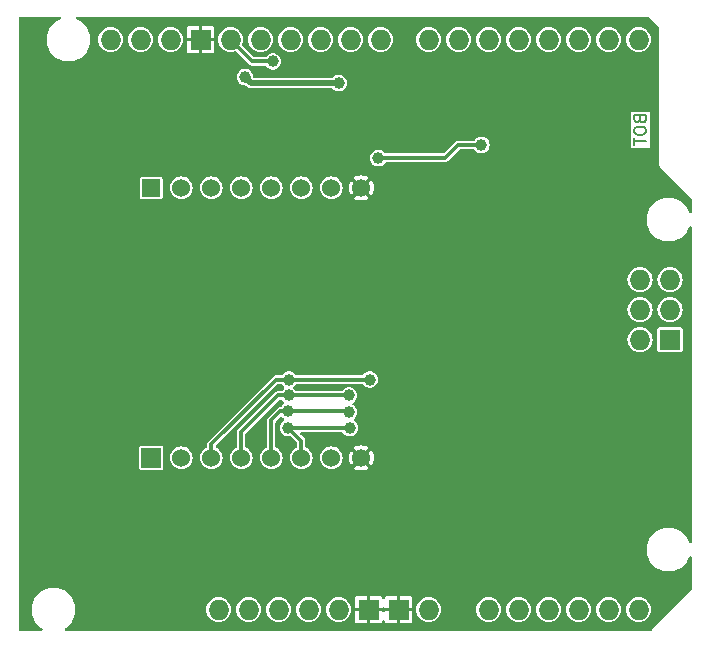
<source format=gbr>
%TF.GenerationSoftware,KiCad,Pcbnew,8.0.7+1*%
%TF.CreationDate,2025-02-19T15:00:20+01:00*%
%TF.ProjectId,ts14-arduino-shield,74733134-2d61-4726-9475-696e6f2d7368,rev?*%
%TF.SameCoordinates,Original*%
%TF.FileFunction,Copper,L2,Bot*%
%TF.FilePolarity,Positive*%
%FSLAX46Y46*%
G04 Gerber Fmt 4.6, Leading zero omitted, Abs format (unit mm)*
G04 Created by KiCad (PCBNEW 8.0.7+1) date 2025-02-19 15:00:20*
%MOMM*%
%LPD*%
G01*
G04 APERTURE LIST*
%ADD10C,0.200000*%
%TA.AperFunction,NonConductor*%
%ADD11C,0.200000*%
%TD*%
%TA.AperFunction,ComponentPad*%
%ADD12R,1.676400X1.676400*%
%TD*%
%TA.AperFunction,ComponentPad*%
%ADD13C,1.524000*%
%TD*%
%TA.AperFunction,ComponentPad*%
%ADD14R,1.524000X1.524000*%
%TD*%
%TA.AperFunction,ComponentPad*%
%ADD15O,1.727200X1.727200*%
%TD*%
%TA.AperFunction,ComponentPad*%
%ADD16R,1.727200X1.727200*%
%TD*%
%TA.AperFunction,ViaPad*%
%ADD17C,1.000000*%
%TD*%
%TA.AperFunction,Conductor*%
%ADD18C,0.500000*%
%TD*%
%TA.AperFunction,Conductor*%
%ADD19C,0.300000*%
%TD*%
G04 APERTURE END LIST*
D10*
D11*
X173093409Y-79203006D02*
X173141028Y-79345863D01*
X173141028Y-79345863D02*
X173188647Y-79393482D01*
X173188647Y-79393482D02*
X173283885Y-79441101D01*
X173283885Y-79441101D02*
X173426742Y-79441101D01*
X173426742Y-79441101D02*
X173521980Y-79393482D01*
X173521980Y-79393482D02*
X173569600Y-79345863D01*
X173569600Y-79345863D02*
X173617219Y-79250625D01*
X173617219Y-79250625D02*
X173617219Y-78869673D01*
X173617219Y-78869673D02*
X172617219Y-78869673D01*
X172617219Y-78869673D02*
X172617219Y-79203006D01*
X172617219Y-79203006D02*
X172664838Y-79298244D01*
X172664838Y-79298244D02*
X172712457Y-79345863D01*
X172712457Y-79345863D02*
X172807695Y-79393482D01*
X172807695Y-79393482D02*
X172902933Y-79393482D01*
X172902933Y-79393482D02*
X172998171Y-79345863D01*
X172998171Y-79345863D02*
X173045790Y-79298244D01*
X173045790Y-79298244D02*
X173093409Y-79203006D01*
X173093409Y-79203006D02*
X173093409Y-78869673D01*
X172617219Y-80060149D02*
X172617219Y-80250625D01*
X172617219Y-80250625D02*
X172664838Y-80345863D01*
X172664838Y-80345863D02*
X172760076Y-80441101D01*
X172760076Y-80441101D02*
X172950552Y-80488720D01*
X172950552Y-80488720D02*
X173283885Y-80488720D01*
X173283885Y-80488720D02*
X173474361Y-80441101D01*
X173474361Y-80441101D02*
X173569600Y-80345863D01*
X173569600Y-80345863D02*
X173617219Y-80250625D01*
X173617219Y-80250625D02*
X173617219Y-80060149D01*
X173617219Y-80060149D02*
X173569600Y-79964911D01*
X173569600Y-79964911D02*
X173474361Y-79869673D01*
X173474361Y-79869673D02*
X173283885Y-79822054D01*
X173283885Y-79822054D02*
X172950552Y-79822054D01*
X172950552Y-79822054D02*
X172760076Y-79869673D01*
X172760076Y-79869673D02*
X172664838Y-79964911D01*
X172664838Y-79964911D02*
X172617219Y-80060149D01*
X172617219Y-80774435D02*
X172617219Y-81345863D01*
X173617219Y-81060149D02*
X172617219Y-81060149D01*
D12*
%TO.P,CON1,P1,AN*%
%TO.N,unconnected-(CON1-AN-PadP1)*%
X131720000Y-107860000D03*
D13*
%TO.P,CON1,P2,RST*%
%TO.N,unconnected-(CON1-RST-PadP2)*%
X134260000Y-107860000D03*
%TO.P,CON1,P3,CS*%
%TO.N,/SPI_CS*%
X136800000Y-107860000D03*
%TO.P,CON1,P4,SCK*%
%TO.N,/SPI_SCK*%
X139340000Y-107860000D03*
%TO.P,CON1,P5,MISO*%
%TO.N,/SPI_MISO*%
X141880000Y-107860000D03*
%TO.P,CON1,P6,MOSI*%
%TO.N,/SPI_MOSI*%
X144420000Y-107860000D03*
%TO.P,CON1,P7,3V3*%
%TO.N,VCC*%
X146960000Y-107860000D03*
%TO.P,CON1,P8,GND1*%
%TO.N,GND*%
X149500000Y-107860000D03*
%TO.P,CON1,P9,GND2*%
X149500000Y-85000000D03*
%TO.P,CON1,P10,5V*%
%TO.N,unconnected-(CON1-5V-PadP10)*%
X146960000Y-85000000D03*
%TO.P,CON1,P11,SDA*%
%TO.N,unconnected-(CON1-SDA-PadP11)*%
X144420000Y-85000000D03*
%TO.P,CON1,P12,SCL*%
%TO.N,unconnected-(CON1-SCL-PadP12)*%
X141880000Y-85000000D03*
%TO.P,CON1,P13,RX*%
%TO.N,unconnected-(CON1-RX-PadP13)*%
X139340000Y-85000000D03*
%TO.P,CON1,P14,TX*%
%TO.N,unconnected-(CON1-TX-PadP14)*%
X136800000Y-85000000D03*
%TO.P,CON1,P15,INT*%
%TO.N,/GPO*%
X134260000Y-85000000D03*
D14*
%TO.P,CON1,P16,PWM*%
%TO.N,unconnected-(CON1-PWM-PadP16)*%
X131720000Y-85000000D03*
%TD*%
D15*
%TO.P,Shield1,*%
%TO.N,*%
X137419881Y-120702500D03*
%TO.P,Shield1,3V3,3.3V*%
%TO.N,Net-(JP1-A)*%
X145039881Y-120702500D03*
%TO.P,Shield1,5V1,5V*%
%TO.N,unconnected-(Shield1-5V-Pad5V1)*%
X147579881Y-120702500D03*
%TO.P,Shield1,5V2,SPI_5V*%
%TO.N,unconnected-(Shield1-SPI_5V-Pad5V2)*%
X175646881Y-92762500D03*
%TO.P,Shield1,A0,A0*%
%TO.N,unconnected-(Shield1-PadA0)*%
X160279881Y-120702500D03*
%TO.P,Shield1,A1,A1*%
%TO.N,unconnected-(Shield1-PadA1)*%
X162819881Y-120702500D03*
%TO.P,Shield1,A2,A2*%
%TO.N,unconnected-(Shield1-PadA2)*%
X165359881Y-120702500D03*
%TO.P,Shield1,A3,A3*%
%TO.N,unconnected-(Shield1-PadA3)*%
X167899881Y-120702500D03*
%TO.P,Shield1,A4,A4*%
%TO.N,unconnected-(Shield1-PadA4)*%
X170439881Y-120702500D03*
%TO.P,Shield1,A5,A5*%
%TO.N,unconnected-(Shield1-PadA5)*%
X172979881Y-120702500D03*
%TO.P,Shield1,AREF,AREF*%
%TO.N,unconnected-(Shield1-PadAREF)*%
X133355881Y-72442500D03*
%TO.P,Shield1,D0,D0/RX*%
%TO.N,unconnected-(Shield1-D0{slash}RX-PadD0)*%
X172979881Y-72442500D03*
%TO.P,Shield1,D1,D1/TX*%
%TO.N,unconnected-(Shield1-D1{slash}TX-PadD1)*%
X170439881Y-72442500D03*
%TO.P,Shield1,D2,D2_INT0*%
%TO.N,/5V_INT*%
X167899881Y-72442500D03*
%TO.P,Shield1,D3,D3_INT1*%
%TO.N,unconnected-(Shield1-D3_INT1-PadD3)*%
X165359881Y-72442500D03*
%TO.P,Shield1,D4,D4*%
%TO.N,unconnected-(Shield1-PadD4)*%
X162819881Y-72442500D03*
%TO.P,Shield1,D5,D5*%
%TO.N,unconnected-(Shield1-PadD5)*%
X160279881Y-72442500D03*
%TO.P,Shield1,D6,D6*%
%TO.N,unconnected-(Shield1-PadD6)*%
X157739881Y-72442500D03*
%TO.P,Shield1,D7,D7*%
%TO.N,unconnected-(Shield1-PadD7)*%
X155199881Y-72442500D03*
%TO.P,Shield1,D8,D8*%
%TO.N,unconnected-(Shield1-PadD8)*%
X151135881Y-72442500D03*
%TO.P,Shield1,D9,D9*%
%TO.N,unconnected-(Shield1-PadD9)*%
X148595881Y-72442500D03*
%TO.P,Shield1,D10,D10_CS*%
%TO.N,/5V_SPI_CS*%
X146055881Y-72442500D03*
%TO.P,Shield1,D11,D11*%
%TO.N,/5V_SPI_MOSI*%
X143515881Y-72442500D03*
%TO.P,Shield1,D12,D12*%
%TO.N,/5V_SPI_MISO*%
X140975881Y-72442500D03*
%TO.P,Shield1,D13,D13*%
%TO.N,/5V_SPI_SCK*%
X138435881Y-72442500D03*
D16*
%TO.P,Shield1,GND1,GND*%
%TO.N,GND*%
X135895881Y-72442500D03*
%TO.P,Shield1,GND2,GND*%
X150119881Y-120702500D03*
%TO.P,Shield1,GND3,GND*%
X152659881Y-120702500D03*
%TO.P,Shield1,GND4,SPI_GND*%
%TO.N,unconnected-(Shield1-SPI_GND-PadGND4)*%
X175646881Y-97842500D03*
D15*
%TO.P,Shield1,IORF,IOREF*%
%TO.N,Net-(JP2-B)*%
X139959881Y-120702500D03*
%TO.P,Shield1,MISO,SPI_MISO*%
%TO.N,unconnected-(Shield1-SPI_MISO-PadMISO)*%
X173106881Y-92762500D03*
%TO.P,Shield1,MOSI,SPI_MOSI*%
%TO.N,unconnected-(Shield1-SPI_MOSI-PadMOSI)*%
X175646881Y-95302500D03*
%TO.P,Shield1,RST1,RESET*%
%TO.N,unconnected-(Shield1-RESET-PadRST1)*%
X142499881Y-120702500D03*
%TO.P,Shield1,RST2,SPI_RESET*%
%TO.N,unconnected-(Shield1-SPI_RESET-PadRST2)*%
X173106881Y-97842500D03*
%TO.P,Shield1,SCK,SPI_SCK*%
%TO.N,unconnected-(Shield1-SPI_SCK-PadSCK)*%
X173106881Y-95302500D03*
%TO.P,Shield1,SCL,SCL*%
%TO.N,unconnected-(Shield1-PadSCL)*%
X128275881Y-72442500D03*
%TO.P,Shield1,SDA,SDA*%
%TO.N,unconnected-(Shield1-PadSDA)*%
X130815881Y-72442500D03*
%TO.P,Shield1,VIN,VIN*%
%TO.N,unconnected-(Shield1-PadVIN)*%
X155199881Y-120702500D03*
%TD*%
D17*
%TO.N,GND*%
X127720000Y-104280000D03*
X146750000Y-88000000D03*
X152750000Y-98000000D03*
X145610000Y-94470000D03*
X155580000Y-80370000D03*
X137760000Y-97290000D03*
X173750000Y-83000000D03*
X169750000Y-110000000D03*
X159750000Y-108000000D03*
X121000000Y-110000000D03*
X121000000Y-122000000D03*
X152750000Y-108000000D03*
X138960000Y-80230000D03*
X146750000Y-80000000D03*
X121000000Y-71000000D03*
X144750000Y-91520000D03*
X143010000Y-91520000D03*
X159880000Y-98510000D03*
X129750000Y-80000000D03*
X157750000Y-122000000D03*
X153270000Y-74730000D03*
X176750000Y-119000000D03*
X159750000Y-83000000D03*
X144300000Y-94470000D03*
X143310000Y-99690000D03*
X129750000Y-122000000D03*
X176750000Y-112000000D03*
X139620000Y-102150000D03*
X143430000Y-79940000D03*
X176750000Y-100000000D03*
X150750000Y-94000000D03*
X136750000Y-88000000D03*
X127660000Y-88030000D03*
X137750000Y-93250000D03*
X145000000Y-99690000D03*
X121000000Y-80000000D03*
%TO.N,/VCC_SPI_IO*%
X147590000Y-76130000D03*
X139670000Y-75620000D03*
%TO.N,/GPO*%
X150950000Y-82490000D03*
X159670000Y-81370000D03*
%TO.N,/5V_SPI_SCK*%
X142010000Y-74290000D03*
%TO.N,/SPI_SCK*%
X143370000Y-102570000D03*
X148460000Y-102570000D03*
%TO.N,/SPI_MOSI*%
X148520000Y-105320000D03*
X143330000Y-105320000D03*
%TO.N,/SPI_CS*%
X143370000Y-101230000D03*
X150210000Y-101230000D03*
%TO.N,/SPI_MISO*%
X148475000Y-104005000D03*
X143300000Y-103920000D03*
%TD*%
D18*
%TO.N,/VCC_SPI_IO*%
X140180000Y-76130000D02*
X147590000Y-76130000D01*
X139670000Y-75620000D02*
X140180000Y-76130000D01*
D19*
%TO.N,/GPO*%
X156620000Y-82440000D02*
X157690000Y-81370000D01*
X157690000Y-81370000D02*
X159670000Y-81370000D01*
X151000000Y-82440000D02*
X156620000Y-82440000D01*
X150950000Y-82490000D02*
X151000000Y-82440000D01*
%TO.N,/5V_SPI_SCK*%
X140283381Y-74290000D02*
X138435881Y-72442500D01*
X142010000Y-74290000D02*
X140283381Y-74290000D01*
%TO.N,/SPI_SCK*%
X142430000Y-102570000D02*
X139340000Y-105660000D01*
X143370000Y-102570000D02*
X142430000Y-102570000D01*
X148460000Y-102570000D02*
X143370000Y-102570000D01*
X139340000Y-105660000D02*
X139340000Y-107860000D01*
%TO.N,/SPI_MOSI*%
X143330000Y-105320000D02*
X144420000Y-106410000D01*
X144420000Y-106410000D02*
X144420000Y-107860000D01*
X148520000Y-105320000D02*
X143330000Y-105320000D01*
%TO.N,/SPI_CS*%
X142290000Y-101230000D02*
X136800000Y-106720000D01*
X143370000Y-101230000D02*
X142290000Y-101230000D01*
X136800000Y-106720000D02*
X136800000Y-107860000D01*
X150210000Y-101230000D02*
X143370000Y-101230000D01*
%TO.N,/SPI_MISO*%
X148390000Y-103920000D02*
X143300000Y-103920000D01*
X141880000Y-104690000D02*
X141880000Y-107860000D01*
X142650000Y-103920000D02*
X141880000Y-104690000D01*
X143300000Y-103920000D02*
X142650000Y-103920000D01*
X148475000Y-104005000D02*
X148390000Y-103920000D01*
%TD*%
%TA.AperFunction,Conductor*%
%TO.N,GND*%
G36*
X151433213Y-120505279D02*
G01*
X151477561Y-120533780D01*
X151496281Y-120552500D01*
X152174153Y-120552500D01*
X152151881Y-120635620D01*
X152151881Y-120769380D01*
X152174153Y-120852500D01*
X151496281Y-120852500D01*
X151477561Y-120871220D01*
X151416238Y-120904704D01*
X151346546Y-120899719D01*
X151302200Y-120871219D01*
X151283481Y-120852500D01*
X150605609Y-120852500D01*
X150627881Y-120769380D01*
X150627881Y-120635620D01*
X150605609Y-120552500D01*
X151283479Y-120552500D01*
X151302198Y-120533781D01*
X151363521Y-120500295D01*
X151433213Y-120505279D01*
G37*
%TD.AperFunction*%
%TA.AperFunction,Conductor*%
G36*
X124016342Y-70520185D02*
G01*
X124062097Y-70572989D01*
X124072041Y-70642147D01*
X124043016Y-70705703D01*
X123996756Y-70739061D01*
X123899675Y-70779273D01*
X123899666Y-70779277D01*
X123689587Y-70900567D01*
X123497144Y-71048233D01*
X123497137Y-71048239D01*
X123325620Y-71219756D01*
X123325614Y-71219763D01*
X123177948Y-71412206D01*
X123056658Y-71622285D01*
X123056654Y-71622294D01*
X122963828Y-71846395D01*
X122901042Y-72080714D01*
X122869381Y-72321211D01*
X122869381Y-72563788D01*
X122901042Y-72804285D01*
X122963828Y-73038604D01*
X123030090Y-73198573D01*
X123056657Y-73262712D01*
X123177945Y-73472789D01*
X123177947Y-73472792D01*
X123177948Y-73472793D01*
X123325614Y-73665236D01*
X123325620Y-73665243D01*
X123497137Y-73836760D01*
X123497144Y-73836766D01*
X123583698Y-73903181D01*
X123689592Y-73984436D01*
X123899669Y-74105724D01*
X124123781Y-74198554D01*
X124358092Y-74261338D01*
X124538467Y-74285084D01*
X124598592Y-74293000D01*
X124598593Y-74293000D01*
X124841170Y-74293000D01*
X124889269Y-74286667D01*
X125081670Y-74261338D01*
X125315981Y-74198554D01*
X125540093Y-74105724D01*
X125750170Y-73984436D01*
X125942619Y-73836765D01*
X126114146Y-73665238D01*
X126261817Y-73472789D01*
X126383105Y-73262712D01*
X126475935Y-73038600D01*
X126538719Y-72804289D01*
X126570381Y-72563788D01*
X126570381Y-72442500D01*
X127206632Y-72442500D01*
X127227177Y-72651102D01*
X127288024Y-72851685D01*
X127386829Y-73036537D01*
X127386833Y-73036544D01*
X127519807Y-73198573D01*
X127681836Y-73331547D01*
X127681843Y-73331551D01*
X127718058Y-73350908D01*
X127866697Y-73430357D01*
X128067281Y-73491204D01*
X128275881Y-73511749D01*
X128484481Y-73491204D01*
X128685065Y-73430357D01*
X128869924Y-73331548D01*
X129031954Y-73198573D01*
X129164929Y-73036543D01*
X129263738Y-72851684D01*
X129324585Y-72651100D01*
X129345130Y-72442500D01*
X129746632Y-72442500D01*
X129767177Y-72651102D01*
X129828024Y-72851685D01*
X129926829Y-73036537D01*
X129926833Y-73036544D01*
X130059807Y-73198573D01*
X130221836Y-73331547D01*
X130221843Y-73331551D01*
X130258058Y-73350908D01*
X130406697Y-73430357D01*
X130607281Y-73491204D01*
X130815881Y-73511749D01*
X131024481Y-73491204D01*
X131225065Y-73430357D01*
X131409924Y-73331548D01*
X131571954Y-73198573D01*
X131704929Y-73036543D01*
X131803738Y-72851684D01*
X131864585Y-72651100D01*
X131885130Y-72442500D01*
X132286632Y-72442500D01*
X132307177Y-72651102D01*
X132368024Y-72851685D01*
X132466829Y-73036537D01*
X132466833Y-73036544D01*
X132599807Y-73198573D01*
X132761836Y-73331547D01*
X132761843Y-73331551D01*
X132798058Y-73350908D01*
X132946697Y-73430357D01*
X133147281Y-73491204D01*
X133355881Y-73511749D01*
X133564481Y-73491204D01*
X133765065Y-73430357D01*
X133949924Y-73331548D01*
X134111954Y-73198573D01*
X134244929Y-73036543D01*
X134343738Y-72851684D01*
X134404585Y-72651100D01*
X134425130Y-72442500D01*
X134404585Y-72233900D01*
X134343738Y-72033316D01*
X134244929Y-71848457D01*
X134244928Y-71848455D01*
X134111954Y-71686426D01*
X133949925Y-71553452D01*
X133949918Y-71553448D01*
X133913730Y-71534105D01*
X134732281Y-71534105D01*
X134732281Y-72292500D01*
X135410153Y-72292500D01*
X135387881Y-72375620D01*
X135387881Y-72509380D01*
X135410153Y-72592500D01*
X134732282Y-72592500D01*
X134732282Y-73350885D01*
X134732283Y-73350908D01*
X134735189Y-73375969D01*
X134735190Y-73375973D01*
X134780492Y-73478574D01*
X134780495Y-73478579D01*
X134859801Y-73557885D01*
X134859806Y-73557888D01*
X134962404Y-73603189D01*
X134987487Y-73606099D01*
X135745880Y-73606099D01*
X135745881Y-73606098D01*
X135745881Y-72928228D01*
X135829001Y-72950500D01*
X135962761Y-72950500D01*
X136045881Y-72928228D01*
X136045881Y-73606099D01*
X136804267Y-73606099D01*
X136804289Y-73606097D01*
X136829350Y-73603191D01*
X136829354Y-73603190D01*
X136931955Y-73557888D01*
X136931960Y-73557885D01*
X137011266Y-73478579D01*
X137011269Y-73478574D01*
X137056570Y-73375977D01*
X137056570Y-73375975D01*
X137059480Y-73350894D01*
X137059481Y-73350891D01*
X137059481Y-72592500D01*
X136381609Y-72592500D01*
X136403881Y-72509380D01*
X136403881Y-72442500D01*
X137366632Y-72442500D01*
X137387177Y-72651102D01*
X137448024Y-72851685D01*
X137546829Y-73036537D01*
X137546833Y-73036544D01*
X137679807Y-73198573D01*
X137841836Y-73331547D01*
X137841843Y-73331551D01*
X137878058Y-73350908D01*
X138026697Y-73430357D01*
X138227281Y-73491204D01*
X138435881Y-73511749D01*
X138644481Y-73491204D01*
X138837618Y-73432615D01*
X138907484Y-73431992D01*
X138961294Y-73463595D01*
X140068169Y-74570470D01*
X140148093Y-74616614D01*
X140237237Y-74640500D01*
X140237238Y-74640500D01*
X140329525Y-74640500D01*
X141335681Y-74640500D01*
X141402720Y-74660185D01*
X141437729Y-74694057D01*
X141481817Y-74757929D01*
X141583072Y-74847633D01*
X141609150Y-74870736D01*
X141759773Y-74949789D01*
X141759775Y-74949790D01*
X141924944Y-74990500D01*
X142095056Y-74990500D01*
X142260225Y-74949790D01*
X142339692Y-74908081D01*
X142410849Y-74870736D01*
X142410850Y-74870734D01*
X142410852Y-74870734D01*
X142538183Y-74757929D01*
X142634818Y-74617930D01*
X142695140Y-74458872D01*
X142715645Y-74290000D01*
X142695140Y-74121128D01*
X142634818Y-73962070D01*
X142538183Y-73822071D01*
X142410852Y-73709266D01*
X142410849Y-73709263D01*
X142260226Y-73630210D01*
X142095056Y-73589500D01*
X141924944Y-73589500D01*
X141759773Y-73630210D01*
X141609150Y-73709263D01*
X141481818Y-73822070D01*
X141481817Y-73822071D01*
X141437729Y-73885942D01*
X141383448Y-73929931D01*
X141335681Y-73939500D01*
X140479925Y-73939500D01*
X140412886Y-73919815D01*
X140392244Y-73903181D01*
X139456976Y-72967913D01*
X139423491Y-72906590D01*
X139425997Y-72844236D01*
X139438116Y-72804285D01*
X139484585Y-72651100D01*
X139505130Y-72442500D01*
X139906632Y-72442500D01*
X139927177Y-72651102D01*
X139988024Y-72851685D01*
X140086829Y-73036537D01*
X140086833Y-73036544D01*
X140219807Y-73198573D01*
X140381836Y-73331547D01*
X140381843Y-73331551D01*
X140418058Y-73350908D01*
X140566697Y-73430357D01*
X140767281Y-73491204D01*
X140975881Y-73511749D01*
X141184481Y-73491204D01*
X141385065Y-73430357D01*
X141569924Y-73331548D01*
X141731954Y-73198573D01*
X141864929Y-73036543D01*
X141963738Y-72851684D01*
X142024585Y-72651100D01*
X142045130Y-72442500D01*
X142446632Y-72442500D01*
X142467177Y-72651102D01*
X142528024Y-72851685D01*
X142626829Y-73036537D01*
X142626833Y-73036544D01*
X142759807Y-73198573D01*
X142921836Y-73331547D01*
X142921843Y-73331551D01*
X142958058Y-73350908D01*
X143106697Y-73430357D01*
X143307281Y-73491204D01*
X143515881Y-73511749D01*
X143724481Y-73491204D01*
X143925065Y-73430357D01*
X144109924Y-73331548D01*
X144271954Y-73198573D01*
X144404929Y-73036543D01*
X144503738Y-72851684D01*
X144564585Y-72651100D01*
X144585130Y-72442500D01*
X144986632Y-72442500D01*
X145007177Y-72651102D01*
X145068024Y-72851685D01*
X145166829Y-73036537D01*
X145166833Y-73036544D01*
X145299807Y-73198573D01*
X145461836Y-73331547D01*
X145461843Y-73331551D01*
X145498058Y-73350908D01*
X145646697Y-73430357D01*
X145847281Y-73491204D01*
X146055881Y-73511749D01*
X146264481Y-73491204D01*
X146465065Y-73430357D01*
X146649924Y-73331548D01*
X146811954Y-73198573D01*
X146944929Y-73036543D01*
X147043738Y-72851684D01*
X147104585Y-72651100D01*
X147125130Y-72442500D01*
X147526632Y-72442500D01*
X147547177Y-72651102D01*
X147608024Y-72851685D01*
X147706829Y-73036537D01*
X147706833Y-73036544D01*
X147839807Y-73198573D01*
X148001836Y-73331547D01*
X148001843Y-73331551D01*
X148038058Y-73350908D01*
X148186697Y-73430357D01*
X148387281Y-73491204D01*
X148595881Y-73511749D01*
X148804481Y-73491204D01*
X149005065Y-73430357D01*
X149189924Y-73331548D01*
X149351954Y-73198573D01*
X149484929Y-73036543D01*
X149583738Y-72851684D01*
X149644585Y-72651100D01*
X149665130Y-72442500D01*
X150066632Y-72442500D01*
X150087177Y-72651102D01*
X150148024Y-72851685D01*
X150246829Y-73036537D01*
X150246833Y-73036544D01*
X150379807Y-73198573D01*
X150541836Y-73331547D01*
X150541843Y-73331551D01*
X150578058Y-73350908D01*
X150726697Y-73430357D01*
X150927281Y-73491204D01*
X151135881Y-73511749D01*
X151344481Y-73491204D01*
X151545065Y-73430357D01*
X151729924Y-73331548D01*
X151891954Y-73198573D01*
X152024929Y-73036543D01*
X152123738Y-72851684D01*
X152184585Y-72651100D01*
X152205130Y-72442500D01*
X154130632Y-72442500D01*
X154151177Y-72651102D01*
X154212024Y-72851685D01*
X154310829Y-73036537D01*
X154310833Y-73036544D01*
X154443807Y-73198573D01*
X154605836Y-73331547D01*
X154605843Y-73331551D01*
X154642058Y-73350908D01*
X154790697Y-73430357D01*
X154991281Y-73491204D01*
X155199881Y-73511749D01*
X155408481Y-73491204D01*
X155609065Y-73430357D01*
X155793924Y-73331548D01*
X155955954Y-73198573D01*
X156088929Y-73036543D01*
X156187738Y-72851684D01*
X156248585Y-72651100D01*
X156269130Y-72442500D01*
X156670632Y-72442500D01*
X156691177Y-72651102D01*
X156752024Y-72851685D01*
X156850829Y-73036537D01*
X156850833Y-73036544D01*
X156983807Y-73198573D01*
X157145836Y-73331547D01*
X157145843Y-73331551D01*
X157182058Y-73350908D01*
X157330697Y-73430357D01*
X157531281Y-73491204D01*
X157739881Y-73511749D01*
X157948481Y-73491204D01*
X158149065Y-73430357D01*
X158333924Y-73331548D01*
X158495954Y-73198573D01*
X158628929Y-73036543D01*
X158727738Y-72851684D01*
X158788585Y-72651100D01*
X158809130Y-72442500D01*
X159210632Y-72442500D01*
X159231177Y-72651102D01*
X159292024Y-72851685D01*
X159390829Y-73036537D01*
X159390833Y-73036544D01*
X159523807Y-73198573D01*
X159685836Y-73331547D01*
X159685843Y-73331551D01*
X159722058Y-73350908D01*
X159870697Y-73430357D01*
X160071281Y-73491204D01*
X160279881Y-73511749D01*
X160488481Y-73491204D01*
X160689065Y-73430357D01*
X160873924Y-73331548D01*
X161035954Y-73198573D01*
X161168929Y-73036543D01*
X161267738Y-72851684D01*
X161328585Y-72651100D01*
X161349130Y-72442500D01*
X161750632Y-72442500D01*
X161771177Y-72651102D01*
X161832024Y-72851685D01*
X161930829Y-73036537D01*
X161930833Y-73036544D01*
X162063807Y-73198573D01*
X162225836Y-73331547D01*
X162225843Y-73331551D01*
X162262058Y-73350908D01*
X162410697Y-73430357D01*
X162611281Y-73491204D01*
X162819881Y-73511749D01*
X163028481Y-73491204D01*
X163229065Y-73430357D01*
X163413924Y-73331548D01*
X163575954Y-73198573D01*
X163708929Y-73036543D01*
X163807738Y-72851684D01*
X163868585Y-72651100D01*
X163889130Y-72442500D01*
X164290632Y-72442500D01*
X164311177Y-72651102D01*
X164372024Y-72851685D01*
X164470829Y-73036537D01*
X164470833Y-73036544D01*
X164603807Y-73198573D01*
X164765836Y-73331547D01*
X164765843Y-73331551D01*
X164802058Y-73350908D01*
X164950697Y-73430357D01*
X165151281Y-73491204D01*
X165359881Y-73511749D01*
X165568481Y-73491204D01*
X165769065Y-73430357D01*
X165953924Y-73331548D01*
X166115954Y-73198573D01*
X166248929Y-73036543D01*
X166347738Y-72851684D01*
X166408585Y-72651100D01*
X166429130Y-72442500D01*
X166830632Y-72442500D01*
X166851177Y-72651102D01*
X166912024Y-72851685D01*
X167010829Y-73036537D01*
X167010833Y-73036544D01*
X167143807Y-73198573D01*
X167305836Y-73331547D01*
X167305843Y-73331551D01*
X167342058Y-73350908D01*
X167490697Y-73430357D01*
X167691281Y-73491204D01*
X167899881Y-73511749D01*
X168108481Y-73491204D01*
X168309065Y-73430357D01*
X168493924Y-73331548D01*
X168655954Y-73198573D01*
X168788929Y-73036543D01*
X168887738Y-72851684D01*
X168948585Y-72651100D01*
X168969130Y-72442500D01*
X169370632Y-72442500D01*
X169391177Y-72651102D01*
X169452024Y-72851685D01*
X169550829Y-73036537D01*
X169550833Y-73036544D01*
X169683807Y-73198573D01*
X169845836Y-73331547D01*
X169845843Y-73331551D01*
X169882058Y-73350908D01*
X170030697Y-73430357D01*
X170231281Y-73491204D01*
X170439881Y-73511749D01*
X170648481Y-73491204D01*
X170849065Y-73430357D01*
X171033924Y-73331548D01*
X171195954Y-73198573D01*
X171328929Y-73036543D01*
X171427738Y-72851684D01*
X171488585Y-72651100D01*
X171509130Y-72442500D01*
X171910632Y-72442500D01*
X171931177Y-72651102D01*
X171992024Y-72851685D01*
X172090829Y-73036537D01*
X172090833Y-73036544D01*
X172223807Y-73198573D01*
X172385836Y-73331547D01*
X172385843Y-73331551D01*
X172422058Y-73350908D01*
X172570697Y-73430357D01*
X172771281Y-73491204D01*
X172979881Y-73511749D01*
X173188481Y-73491204D01*
X173389065Y-73430357D01*
X173573924Y-73331548D01*
X173735954Y-73198573D01*
X173868929Y-73036543D01*
X173967738Y-72851684D01*
X174028585Y-72651100D01*
X174049130Y-72442500D01*
X174028585Y-72233900D01*
X173967738Y-72033316D01*
X173868929Y-71848457D01*
X173868928Y-71848455D01*
X173735954Y-71686426D01*
X173573925Y-71553452D01*
X173573918Y-71553448D01*
X173389066Y-71454643D01*
X173188483Y-71393796D01*
X172979881Y-71373251D01*
X172771278Y-71393796D01*
X172570695Y-71454643D01*
X172385843Y-71553448D01*
X172385836Y-71553452D01*
X172223807Y-71686426D01*
X172090833Y-71848455D01*
X172090829Y-71848462D01*
X171992024Y-72033314D01*
X171931177Y-72233897D01*
X171910632Y-72442500D01*
X171509130Y-72442500D01*
X171488585Y-72233900D01*
X171427738Y-72033316D01*
X171328929Y-71848457D01*
X171328928Y-71848455D01*
X171195954Y-71686426D01*
X171033925Y-71553452D01*
X171033918Y-71553448D01*
X170849066Y-71454643D01*
X170648483Y-71393796D01*
X170439881Y-71373251D01*
X170231278Y-71393796D01*
X170030695Y-71454643D01*
X169845843Y-71553448D01*
X169845836Y-71553452D01*
X169683807Y-71686426D01*
X169550833Y-71848455D01*
X169550829Y-71848462D01*
X169452024Y-72033314D01*
X169391177Y-72233897D01*
X169370632Y-72442500D01*
X168969130Y-72442500D01*
X168948585Y-72233900D01*
X168887738Y-72033316D01*
X168788929Y-71848457D01*
X168788928Y-71848455D01*
X168655954Y-71686426D01*
X168493925Y-71553452D01*
X168493918Y-71553448D01*
X168309066Y-71454643D01*
X168108483Y-71393796D01*
X167899881Y-71373251D01*
X167691278Y-71393796D01*
X167490695Y-71454643D01*
X167305843Y-71553448D01*
X167305836Y-71553452D01*
X167143807Y-71686426D01*
X167010833Y-71848455D01*
X167010829Y-71848462D01*
X166912024Y-72033314D01*
X166851177Y-72233897D01*
X166830632Y-72442500D01*
X166429130Y-72442500D01*
X166408585Y-72233900D01*
X166347738Y-72033316D01*
X166248929Y-71848457D01*
X166248928Y-71848455D01*
X166115954Y-71686426D01*
X165953925Y-71553452D01*
X165953918Y-71553448D01*
X165769066Y-71454643D01*
X165568483Y-71393796D01*
X165359881Y-71373251D01*
X165151278Y-71393796D01*
X164950695Y-71454643D01*
X164765843Y-71553448D01*
X164765836Y-71553452D01*
X164603807Y-71686426D01*
X164470833Y-71848455D01*
X164470829Y-71848462D01*
X164372024Y-72033314D01*
X164311177Y-72233897D01*
X164290632Y-72442500D01*
X163889130Y-72442500D01*
X163868585Y-72233900D01*
X163807738Y-72033316D01*
X163708929Y-71848457D01*
X163708928Y-71848455D01*
X163575954Y-71686426D01*
X163413925Y-71553452D01*
X163413918Y-71553448D01*
X163229066Y-71454643D01*
X163028483Y-71393796D01*
X162819881Y-71373251D01*
X162611278Y-71393796D01*
X162410695Y-71454643D01*
X162225843Y-71553448D01*
X162225836Y-71553452D01*
X162063807Y-71686426D01*
X161930833Y-71848455D01*
X161930829Y-71848462D01*
X161832024Y-72033314D01*
X161771177Y-72233897D01*
X161750632Y-72442500D01*
X161349130Y-72442500D01*
X161328585Y-72233900D01*
X161267738Y-72033316D01*
X161168929Y-71848457D01*
X161168928Y-71848455D01*
X161035954Y-71686426D01*
X160873925Y-71553452D01*
X160873918Y-71553448D01*
X160689066Y-71454643D01*
X160488483Y-71393796D01*
X160279881Y-71373251D01*
X160071278Y-71393796D01*
X159870695Y-71454643D01*
X159685843Y-71553448D01*
X159685836Y-71553452D01*
X159523807Y-71686426D01*
X159390833Y-71848455D01*
X159390829Y-71848462D01*
X159292024Y-72033314D01*
X159231177Y-72233897D01*
X159210632Y-72442500D01*
X158809130Y-72442500D01*
X158788585Y-72233900D01*
X158727738Y-72033316D01*
X158628929Y-71848457D01*
X158628928Y-71848455D01*
X158495954Y-71686426D01*
X158333925Y-71553452D01*
X158333918Y-71553448D01*
X158149066Y-71454643D01*
X157948483Y-71393796D01*
X157739881Y-71373251D01*
X157531278Y-71393796D01*
X157330695Y-71454643D01*
X157145843Y-71553448D01*
X157145836Y-71553452D01*
X156983807Y-71686426D01*
X156850833Y-71848455D01*
X156850829Y-71848462D01*
X156752024Y-72033314D01*
X156691177Y-72233897D01*
X156670632Y-72442500D01*
X156269130Y-72442500D01*
X156248585Y-72233900D01*
X156187738Y-72033316D01*
X156088929Y-71848457D01*
X156088928Y-71848455D01*
X155955954Y-71686426D01*
X155793925Y-71553452D01*
X155793918Y-71553448D01*
X155609066Y-71454643D01*
X155408483Y-71393796D01*
X155199881Y-71373251D01*
X154991278Y-71393796D01*
X154790695Y-71454643D01*
X154605843Y-71553448D01*
X154605836Y-71553452D01*
X154443807Y-71686426D01*
X154310833Y-71848455D01*
X154310829Y-71848462D01*
X154212024Y-72033314D01*
X154151177Y-72233897D01*
X154130632Y-72442500D01*
X152205130Y-72442500D01*
X152184585Y-72233900D01*
X152123738Y-72033316D01*
X152024929Y-71848457D01*
X152024928Y-71848455D01*
X151891954Y-71686426D01*
X151729925Y-71553452D01*
X151729918Y-71553448D01*
X151545066Y-71454643D01*
X151344483Y-71393796D01*
X151135881Y-71373251D01*
X150927278Y-71393796D01*
X150726695Y-71454643D01*
X150541843Y-71553448D01*
X150541836Y-71553452D01*
X150379807Y-71686426D01*
X150246833Y-71848455D01*
X150246829Y-71848462D01*
X150148024Y-72033314D01*
X150087177Y-72233897D01*
X150066632Y-72442500D01*
X149665130Y-72442500D01*
X149644585Y-72233900D01*
X149583738Y-72033316D01*
X149484929Y-71848457D01*
X149484928Y-71848455D01*
X149351954Y-71686426D01*
X149189925Y-71553452D01*
X149189918Y-71553448D01*
X149005066Y-71454643D01*
X148804483Y-71393796D01*
X148595881Y-71373251D01*
X148387278Y-71393796D01*
X148186695Y-71454643D01*
X148001843Y-71553448D01*
X148001836Y-71553452D01*
X147839807Y-71686426D01*
X147706833Y-71848455D01*
X147706829Y-71848462D01*
X147608024Y-72033314D01*
X147547177Y-72233897D01*
X147526632Y-72442500D01*
X147125130Y-72442500D01*
X147104585Y-72233900D01*
X147043738Y-72033316D01*
X146944929Y-71848457D01*
X146944928Y-71848455D01*
X146811954Y-71686426D01*
X146649925Y-71553452D01*
X146649918Y-71553448D01*
X146465066Y-71454643D01*
X146264483Y-71393796D01*
X146055881Y-71373251D01*
X145847278Y-71393796D01*
X145646695Y-71454643D01*
X145461843Y-71553448D01*
X145461836Y-71553452D01*
X145299807Y-71686426D01*
X145166833Y-71848455D01*
X145166829Y-71848462D01*
X145068024Y-72033314D01*
X145007177Y-72233897D01*
X144986632Y-72442500D01*
X144585130Y-72442500D01*
X144564585Y-72233900D01*
X144503738Y-72033316D01*
X144404929Y-71848457D01*
X144404928Y-71848455D01*
X144271954Y-71686426D01*
X144109925Y-71553452D01*
X144109918Y-71553448D01*
X143925066Y-71454643D01*
X143724483Y-71393796D01*
X143515881Y-71373251D01*
X143307278Y-71393796D01*
X143106695Y-71454643D01*
X142921843Y-71553448D01*
X142921836Y-71553452D01*
X142759807Y-71686426D01*
X142626833Y-71848455D01*
X142626829Y-71848462D01*
X142528024Y-72033314D01*
X142467177Y-72233897D01*
X142446632Y-72442500D01*
X142045130Y-72442500D01*
X142024585Y-72233900D01*
X141963738Y-72033316D01*
X141864929Y-71848457D01*
X141864928Y-71848455D01*
X141731954Y-71686426D01*
X141569925Y-71553452D01*
X141569918Y-71553448D01*
X141385066Y-71454643D01*
X141184483Y-71393796D01*
X140975881Y-71373251D01*
X140767278Y-71393796D01*
X140566695Y-71454643D01*
X140381843Y-71553448D01*
X140381836Y-71553452D01*
X140219807Y-71686426D01*
X140086833Y-71848455D01*
X140086829Y-71848462D01*
X139988024Y-72033314D01*
X139927177Y-72233897D01*
X139906632Y-72442500D01*
X139505130Y-72442500D01*
X139484585Y-72233900D01*
X139423738Y-72033316D01*
X139324929Y-71848457D01*
X139324928Y-71848455D01*
X139191954Y-71686426D01*
X139029925Y-71553452D01*
X139029918Y-71553448D01*
X138845066Y-71454643D01*
X138644483Y-71393796D01*
X138435881Y-71373251D01*
X138227278Y-71393796D01*
X138026695Y-71454643D01*
X137841843Y-71553448D01*
X137841836Y-71553452D01*
X137679807Y-71686426D01*
X137546833Y-71848455D01*
X137546829Y-71848462D01*
X137448024Y-72033314D01*
X137387177Y-72233897D01*
X137366632Y-72442500D01*
X136403881Y-72442500D01*
X136403881Y-72375620D01*
X136381609Y-72292500D01*
X137059480Y-72292500D01*
X137059480Y-71534114D01*
X137059478Y-71534091D01*
X137056572Y-71509030D01*
X137056571Y-71509026D01*
X137011269Y-71406425D01*
X137011266Y-71406420D01*
X136931960Y-71327114D01*
X136931955Y-71327111D01*
X136829357Y-71281810D01*
X136804275Y-71278900D01*
X136045881Y-71278900D01*
X136045881Y-71956771D01*
X135962761Y-71934500D01*
X135829001Y-71934500D01*
X135745881Y-71956771D01*
X135745881Y-71278900D01*
X134987495Y-71278900D01*
X134987472Y-71278902D01*
X134962411Y-71281808D01*
X134962407Y-71281809D01*
X134859806Y-71327111D01*
X134859801Y-71327114D01*
X134780495Y-71406420D01*
X134780492Y-71406425D01*
X134735191Y-71509022D01*
X134735191Y-71509024D01*
X134732281Y-71534105D01*
X133913730Y-71534105D01*
X133765066Y-71454643D01*
X133564483Y-71393796D01*
X133355881Y-71373251D01*
X133147278Y-71393796D01*
X132946695Y-71454643D01*
X132761843Y-71553448D01*
X132761836Y-71553452D01*
X132599807Y-71686426D01*
X132466833Y-71848455D01*
X132466829Y-71848462D01*
X132368024Y-72033314D01*
X132307177Y-72233897D01*
X132286632Y-72442500D01*
X131885130Y-72442500D01*
X131864585Y-72233900D01*
X131803738Y-72033316D01*
X131704929Y-71848457D01*
X131704928Y-71848455D01*
X131571954Y-71686426D01*
X131409925Y-71553452D01*
X131409918Y-71553448D01*
X131225066Y-71454643D01*
X131024483Y-71393796D01*
X130815881Y-71373251D01*
X130607278Y-71393796D01*
X130406695Y-71454643D01*
X130221843Y-71553448D01*
X130221836Y-71553452D01*
X130059807Y-71686426D01*
X129926833Y-71848455D01*
X129926829Y-71848462D01*
X129828024Y-72033314D01*
X129767177Y-72233897D01*
X129746632Y-72442500D01*
X129345130Y-72442500D01*
X129324585Y-72233900D01*
X129263738Y-72033316D01*
X129164929Y-71848457D01*
X129164928Y-71848455D01*
X129031954Y-71686426D01*
X128869925Y-71553452D01*
X128869918Y-71553448D01*
X128685066Y-71454643D01*
X128484483Y-71393796D01*
X128275881Y-71373251D01*
X128067278Y-71393796D01*
X127866695Y-71454643D01*
X127681843Y-71553448D01*
X127681836Y-71553452D01*
X127519807Y-71686426D01*
X127386833Y-71848455D01*
X127386829Y-71848462D01*
X127288024Y-72033314D01*
X127227177Y-72233897D01*
X127206632Y-72442500D01*
X126570381Y-72442500D01*
X126570381Y-72321212D01*
X126538719Y-72080711D01*
X126475935Y-71846400D01*
X126383105Y-71622288D01*
X126261817Y-71412211D01*
X126161756Y-71281809D01*
X126114147Y-71219763D01*
X126114141Y-71219756D01*
X125942624Y-71048239D01*
X125942617Y-71048233D01*
X125750174Y-70900567D01*
X125750173Y-70900566D01*
X125750170Y-70900564D01*
X125540093Y-70779276D01*
X125540086Y-70779273D01*
X125443006Y-70739061D01*
X125388603Y-70695220D01*
X125366538Y-70628926D01*
X125383817Y-70561227D01*
X125434954Y-70513616D01*
X125490459Y-70500500D01*
X173741324Y-70500500D01*
X173808363Y-70520185D01*
X173829005Y-70536819D01*
X174713181Y-71420995D01*
X174746666Y-71482318D01*
X174749500Y-71508676D01*
X174749500Y-82934108D01*
X174749500Y-83065892D01*
X174750798Y-83070736D01*
X174783608Y-83193187D01*
X174816554Y-83250250D01*
X174849500Y-83307314D01*
X176172071Y-84629885D01*
X177463181Y-85920994D01*
X177496666Y-85982317D01*
X177499500Y-86008675D01*
X177499500Y-87002742D01*
X177479815Y-87069781D01*
X177427011Y-87115536D01*
X177357853Y-87125480D01*
X177294297Y-87096455D01*
X177260939Y-87050195D01*
X177183108Y-86862294D01*
X177183103Y-86862285D01*
X177061817Y-86652211D01*
X176914146Y-86459762D01*
X176914141Y-86459756D01*
X176742624Y-86288239D01*
X176742617Y-86288233D01*
X176550174Y-86140567D01*
X176550173Y-86140566D01*
X176550170Y-86140564D01*
X176340093Y-86019276D01*
X176314500Y-86008675D01*
X176115985Y-85926447D01*
X175881666Y-85863661D01*
X175641170Y-85832000D01*
X175641169Y-85832000D01*
X175398593Y-85832000D01*
X175398592Y-85832000D01*
X175158095Y-85863661D01*
X174923776Y-85926447D01*
X174699675Y-86019273D01*
X174699666Y-86019277D01*
X174489587Y-86140567D01*
X174297144Y-86288233D01*
X174297137Y-86288239D01*
X174125620Y-86459756D01*
X174125614Y-86459763D01*
X173977948Y-86652206D01*
X173856658Y-86862285D01*
X173856654Y-86862294D01*
X173763828Y-87086395D01*
X173701042Y-87320714D01*
X173669381Y-87561211D01*
X173669381Y-87803788D01*
X173701042Y-88044285D01*
X173763828Y-88278604D01*
X173856654Y-88502705D01*
X173856657Y-88502712D01*
X173977945Y-88712789D01*
X173977947Y-88712792D01*
X173977948Y-88712793D01*
X174125614Y-88905236D01*
X174125620Y-88905243D01*
X174297137Y-89076760D01*
X174297143Y-89076765D01*
X174489592Y-89224436D01*
X174699669Y-89345724D01*
X174923781Y-89438554D01*
X175158092Y-89501338D01*
X175338467Y-89525084D01*
X175398592Y-89533000D01*
X175398593Y-89533000D01*
X175641170Y-89533000D01*
X175689269Y-89526667D01*
X175881670Y-89501338D01*
X176115981Y-89438554D01*
X176340093Y-89345724D01*
X176550170Y-89224436D01*
X176742619Y-89076765D01*
X176914146Y-88905238D01*
X177061817Y-88712789D01*
X177183105Y-88502712D01*
X177260939Y-88314804D01*
X177304780Y-88260401D01*
X177371074Y-88238336D01*
X177438773Y-88255615D01*
X177486384Y-88306752D01*
X177499500Y-88362257D01*
X177499500Y-114942742D01*
X177479815Y-115009781D01*
X177427011Y-115055536D01*
X177357853Y-115065480D01*
X177294297Y-115036455D01*
X177260939Y-114990195D01*
X177183108Y-114802294D01*
X177183103Y-114802285D01*
X177061817Y-114592211D01*
X176914146Y-114399762D01*
X176914141Y-114399756D01*
X176742624Y-114228239D01*
X176742617Y-114228233D01*
X176550174Y-114080567D01*
X176550173Y-114080566D01*
X176550170Y-114080564D01*
X176340093Y-113959276D01*
X176340086Y-113959273D01*
X176115985Y-113866447D01*
X175881666Y-113803661D01*
X175641170Y-113772000D01*
X175641169Y-113772000D01*
X175398593Y-113772000D01*
X175398592Y-113772000D01*
X175158095Y-113803661D01*
X174923776Y-113866447D01*
X174699675Y-113959273D01*
X174699666Y-113959277D01*
X174489587Y-114080567D01*
X174297144Y-114228233D01*
X174297137Y-114228239D01*
X174125620Y-114399756D01*
X174125614Y-114399763D01*
X173977948Y-114592206D01*
X173856658Y-114802285D01*
X173856654Y-114802294D01*
X173763828Y-115026395D01*
X173701042Y-115260714D01*
X173669381Y-115501211D01*
X173669381Y-115743788D01*
X173701042Y-115984285D01*
X173763828Y-116218604D01*
X173856654Y-116442705D01*
X173856657Y-116442712D01*
X173977945Y-116652789D01*
X173977947Y-116652792D01*
X173977948Y-116652793D01*
X174125614Y-116845236D01*
X174125620Y-116845243D01*
X174297137Y-117016760D01*
X174297143Y-117016765D01*
X174489592Y-117164436D01*
X174699669Y-117285724D01*
X174923781Y-117378554D01*
X175158092Y-117441338D01*
X175338467Y-117465084D01*
X175398592Y-117473000D01*
X175398593Y-117473000D01*
X175641170Y-117473000D01*
X175689269Y-117466667D01*
X175881670Y-117441338D01*
X176115981Y-117378554D01*
X176340093Y-117285724D01*
X176550170Y-117164436D01*
X176742619Y-117016765D01*
X176914146Y-116845238D01*
X177061817Y-116652789D01*
X177183105Y-116442712D01*
X177260939Y-116254804D01*
X177304780Y-116200401D01*
X177371074Y-116178336D01*
X177438773Y-116195615D01*
X177486384Y-116246752D01*
X177499500Y-116302257D01*
X177499500Y-118991324D01*
X177479815Y-119058363D01*
X177463181Y-119079005D01*
X174079005Y-122463181D01*
X174017682Y-122496666D01*
X173991324Y-122499500D01*
X124501159Y-122499500D01*
X124434120Y-122479815D01*
X124388365Y-122427011D01*
X124378421Y-122357853D01*
X124407446Y-122294297D01*
X124439156Y-122268115D01*
X124480170Y-122244436D01*
X124672619Y-122096765D01*
X124844146Y-121925238D01*
X124991817Y-121732789D01*
X125113105Y-121522712D01*
X125205935Y-121298600D01*
X125268719Y-121064289D01*
X125300381Y-120823788D01*
X125300381Y-120702500D01*
X136350632Y-120702500D01*
X136371177Y-120911102D01*
X136432024Y-121111685D01*
X136530829Y-121296537D01*
X136530833Y-121296544D01*
X136663807Y-121458573D01*
X136825836Y-121591547D01*
X136825843Y-121591551D01*
X136862058Y-121610908D01*
X137010697Y-121690357D01*
X137211281Y-121751204D01*
X137419881Y-121771749D01*
X137628481Y-121751204D01*
X137829065Y-121690357D01*
X138013924Y-121591548D01*
X138175954Y-121458573D01*
X138308929Y-121296543D01*
X138407738Y-121111684D01*
X138468585Y-120911100D01*
X138489130Y-120702500D01*
X138890632Y-120702500D01*
X138911177Y-120911102D01*
X138972024Y-121111685D01*
X139070829Y-121296537D01*
X139070833Y-121296544D01*
X139203807Y-121458573D01*
X139365836Y-121591547D01*
X139365843Y-121591551D01*
X139402058Y-121610908D01*
X139550697Y-121690357D01*
X139751281Y-121751204D01*
X139959881Y-121771749D01*
X140168481Y-121751204D01*
X140369065Y-121690357D01*
X140553924Y-121591548D01*
X140715954Y-121458573D01*
X140848929Y-121296543D01*
X140947738Y-121111684D01*
X141008585Y-120911100D01*
X141029130Y-120702500D01*
X141430632Y-120702500D01*
X141451177Y-120911102D01*
X141512024Y-121111685D01*
X141610829Y-121296537D01*
X141610833Y-121296544D01*
X141743807Y-121458573D01*
X141905836Y-121591547D01*
X141905843Y-121591551D01*
X141942058Y-121610908D01*
X142090697Y-121690357D01*
X142291281Y-121751204D01*
X142499881Y-121771749D01*
X142708481Y-121751204D01*
X142909065Y-121690357D01*
X143093924Y-121591548D01*
X143255954Y-121458573D01*
X143388929Y-121296543D01*
X143487738Y-121111684D01*
X143548585Y-120911100D01*
X143569130Y-120702500D01*
X143970632Y-120702500D01*
X143991177Y-120911102D01*
X144052024Y-121111685D01*
X144150829Y-121296537D01*
X144150833Y-121296544D01*
X144283807Y-121458573D01*
X144445836Y-121591547D01*
X144445843Y-121591551D01*
X144482058Y-121610908D01*
X144630697Y-121690357D01*
X144831281Y-121751204D01*
X145039881Y-121771749D01*
X145248481Y-121751204D01*
X145449065Y-121690357D01*
X145633924Y-121591548D01*
X145795954Y-121458573D01*
X145928929Y-121296543D01*
X146027738Y-121111684D01*
X146088585Y-120911100D01*
X146109130Y-120702500D01*
X146510632Y-120702500D01*
X146531177Y-120911102D01*
X146592024Y-121111685D01*
X146690829Y-121296537D01*
X146690833Y-121296544D01*
X146823807Y-121458573D01*
X146985836Y-121591547D01*
X146985843Y-121591551D01*
X147022058Y-121610908D01*
X147170697Y-121690357D01*
X147371281Y-121751204D01*
X147579881Y-121771749D01*
X147788481Y-121751204D01*
X147989065Y-121690357D01*
X148173924Y-121591548D01*
X148335954Y-121458573D01*
X148468929Y-121296543D01*
X148567738Y-121111684D01*
X148628585Y-120911100D01*
X148649130Y-120702500D01*
X148628585Y-120493900D01*
X148567738Y-120293316D01*
X148468929Y-120108457D01*
X148468928Y-120108455D01*
X148335954Y-119946426D01*
X148173925Y-119813452D01*
X148173918Y-119813448D01*
X148137730Y-119794105D01*
X148956281Y-119794105D01*
X148956281Y-120552500D01*
X149634153Y-120552500D01*
X149611881Y-120635620D01*
X149611881Y-120769380D01*
X149634153Y-120852500D01*
X148956282Y-120852500D01*
X148956282Y-121610885D01*
X148956283Y-121610908D01*
X148959189Y-121635969D01*
X148959190Y-121635973D01*
X149004492Y-121738574D01*
X149004495Y-121738579D01*
X149083801Y-121817885D01*
X149083806Y-121817888D01*
X149186404Y-121863189D01*
X149211487Y-121866099D01*
X149969880Y-121866099D01*
X149969881Y-121866098D01*
X149969881Y-121188228D01*
X150053001Y-121210500D01*
X150186761Y-121210500D01*
X150269881Y-121188228D01*
X150269881Y-121866099D01*
X151028267Y-121866099D01*
X151028289Y-121866097D01*
X151053350Y-121863191D01*
X151053354Y-121863190D01*
X151155955Y-121817888D01*
X151155960Y-121817885D01*
X151235266Y-121738579D01*
X151235269Y-121738574D01*
X151276446Y-121645317D01*
X151321531Y-121591940D01*
X151388317Y-121571412D01*
X151455600Y-121590250D01*
X151502017Y-121642472D01*
X151503316Y-121645317D01*
X151544492Y-121738574D01*
X151544495Y-121738579D01*
X151623801Y-121817885D01*
X151623806Y-121817888D01*
X151726404Y-121863189D01*
X151751487Y-121866099D01*
X152509880Y-121866099D01*
X152509881Y-121866098D01*
X152509881Y-121188228D01*
X152593001Y-121210500D01*
X152726761Y-121210500D01*
X152809881Y-121188228D01*
X152809881Y-121866099D01*
X153568267Y-121866099D01*
X153568289Y-121866097D01*
X153593350Y-121863191D01*
X153593354Y-121863190D01*
X153695955Y-121817888D01*
X153695960Y-121817885D01*
X153775266Y-121738579D01*
X153775269Y-121738574D01*
X153820570Y-121635977D01*
X153820570Y-121635975D01*
X153823480Y-121610894D01*
X153823481Y-121610891D01*
X153823481Y-120852500D01*
X153145609Y-120852500D01*
X153167881Y-120769380D01*
X153167881Y-120702500D01*
X154130632Y-120702500D01*
X154151177Y-120911102D01*
X154212024Y-121111685D01*
X154310829Y-121296537D01*
X154310833Y-121296544D01*
X154443807Y-121458573D01*
X154605836Y-121591547D01*
X154605843Y-121591551D01*
X154642058Y-121610908D01*
X154790697Y-121690357D01*
X154991281Y-121751204D01*
X155199881Y-121771749D01*
X155408481Y-121751204D01*
X155609065Y-121690357D01*
X155793924Y-121591548D01*
X155955954Y-121458573D01*
X156088929Y-121296543D01*
X156187738Y-121111684D01*
X156248585Y-120911100D01*
X156269130Y-120702500D01*
X159210632Y-120702500D01*
X159231177Y-120911102D01*
X159292024Y-121111685D01*
X159390829Y-121296537D01*
X159390833Y-121296544D01*
X159523807Y-121458573D01*
X159685836Y-121591547D01*
X159685843Y-121591551D01*
X159722058Y-121610908D01*
X159870697Y-121690357D01*
X160071281Y-121751204D01*
X160279881Y-121771749D01*
X160488481Y-121751204D01*
X160689065Y-121690357D01*
X160873924Y-121591548D01*
X161035954Y-121458573D01*
X161168929Y-121296543D01*
X161267738Y-121111684D01*
X161328585Y-120911100D01*
X161349130Y-120702500D01*
X161750632Y-120702500D01*
X161771177Y-120911102D01*
X161832024Y-121111685D01*
X161930829Y-121296537D01*
X161930833Y-121296544D01*
X162063807Y-121458573D01*
X162225836Y-121591547D01*
X162225843Y-121591551D01*
X162262058Y-121610908D01*
X162410697Y-121690357D01*
X162611281Y-121751204D01*
X162819881Y-121771749D01*
X163028481Y-121751204D01*
X163229065Y-121690357D01*
X163413924Y-121591548D01*
X163575954Y-121458573D01*
X163708929Y-121296543D01*
X163807738Y-121111684D01*
X163868585Y-120911100D01*
X163889130Y-120702500D01*
X164290632Y-120702500D01*
X164311177Y-120911102D01*
X164372024Y-121111685D01*
X164470829Y-121296537D01*
X164470833Y-121296544D01*
X164603807Y-121458573D01*
X164765836Y-121591547D01*
X164765843Y-121591551D01*
X164802058Y-121610908D01*
X164950697Y-121690357D01*
X165151281Y-121751204D01*
X165359881Y-121771749D01*
X165568481Y-121751204D01*
X165769065Y-121690357D01*
X165953924Y-121591548D01*
X166115954Y-121458573D01*
X166248929Y-121296543D01*
X166347738Y-121111684D01*
X166408585Y-120911100D01*
X166429130Y-120702500D01*
X166830632Y-120702500D01*
X166851177Y-120911102D01*
X166912024Y-121111685D01*
X167010829Y-121296537D01*
X167010833Y-121296544D01*
X167143807Y-121458573D01*
X167305836Y-121591547D01*
X167305843Y-121591551D01*
X167342058Y-121610908D01*
X167490697Y-121690357D01*
X167691281Y-121751204D01*
X167899881Y-121771749D01*
X168108481Y-121751204D01*
X168309065Y-121690357D01*
X168493924Y-121591548D01*
X168655954Y-121458573D01*
X168788929Y-121296543D01*
X168887738Y-121111684D01*
X168948585Y-120911100D01*
X168969130Y-120702500D01*
X169370632Y-120702500D01*
X169391177Y-120911102D01*
X169452024Y-121111685D01*
X169550829Y-121296537D01*
X169550833Y-121296544D01*
X169683807Y-121458573D01*
X169845836Y-121591547D01*
X169845843Y-121591551D01*
X169882058Y-121610908D01*
X170030697Y-121690357D01*
X170231281Y-121751204D01*
X170439881Y-121771749D01*
X170648481Y-121751204D01*
X170849065Y-121690357D01*
X171033924Y-121591548D01*
X171195954Y-121458573D01*
X171328929Y-121296543D01*
X171427738Y-121111684D01*
X171488585Y-120911100D01*
X171509130Y-120702500D01*
X171910632Y-120702500D01*
X171931177Y-120911102D01*
X171992024Y-121111685D01*
X172090829Y-121296537D01*
X172090833Y-121296544D01*
X172223807Y-121458573D01*
X172385836Y-121591547D01*
X172385843Y-121591551D01*
X172422058Y-121610908D01*
X172570697Y-121690357D01*
X172771281Y-121751204D01*
X172979881Y-121771749D01*
X173188481Y-121751204D01*
X173389065Y-121690357D01*
X173573924Y-121591548D01*
X173735954Y-121458573D01*
X173868929Y-121296543D01*
X173967738Y-121111684D01*
X174028585Y-120911100D01*
X174049130Y-120702500D01*
X174028585Y-120493900D01*
X173967738Y-120293316D01*
X173868929Y-120108457D01*
X173868928Y-120108455D01*
X173735954Y-119946426D01*
X173573925Y-119813452D01*
X173573918Y-119813448D01*
X173389066Y-119714643D01*
X173188483Y-119653796D01*
X172979881Y-119633251D01*
X172771278Y-119653796D01*
X172570695Y-119714643D01*
X172385843Y-119813448D01*
X172385836Y-119813452D01*
X172223807Y-119946426D01*
X172090833Y-120108455D01*
X172090829Y-120108462D01*
X171992024Y-120293314D01*
X171931177Y-120493897D01*
X171910632Y-120702500D01*
X171509130Y-120702500D01*
X171488585Y-120493900D01*
X171427738Y-120293316D01*
X171328929Y-120108457D01*
X171328928Y-120108455D01*
X171195954Y-119946426D01*
X171033925Y-119813452D01*
X171033918Y-119813448D01*
X170849066Y-119714643D01*
X170648483Y-119653796D01*
X170439881Y-119633251D01*
X170231278Y-119653796D01*
X170030695Y-119714643D01*
X169845843Y-119813448D01*
X169845836Y-119813452D01*
X169683807Y-119946426D01*
X169550833Y-120108455D01*
X169550829Y-120108462D01*
X169452024Y-120293314D01*
X169391177Y-120493897D01*
X169370632Y-120702500D01*
X168969130Y-120702500D01*
X168948585Y-120493900D01*
X168887738Y-120293316D01*
X168788929Y-120108457D01*
X168788928Y-120108455D01*
X168655954Y-119946426D01*
X168493925Y-119813452D01*
X168493918Y-119813448D01*
X168309066Y-119714643D01*
X168108483Y-119653796D01*
X167899881Y-119633251D01*
X167691278Y-119653796D01*
X167490695Y-119714643D01*
X167305843Y-119813448D01*
X167305836Y-119813452D01*
X167143807Y-119946426D01*
X167010833Y-120108455D01*
X167010829Y-120108462D01*
X166912024Y-120293314D01*
X166851177Y-120493897D01*
X166830632Y-120702500D01*
X166429130Y-120702500D01*
X166408585Y-120493900D01*
X166347738Y-120293316D01*
X166248929Y-120108457D01*
X166248928Y-120108455D01*
X166115954Y-119946426D01*
X165953925Y-119813452D01*
X165953918Y-119813448D01*
X165769066Y-119714643D01*
X165568483Y-119653796D01*
X165359881Y-119633251D01*
X165151278Y-119653796D01*
X164950695Y-119714643D01*
X164765843Y-119813448D01*
X164765836Y-119813452D01*
X164603807Y-119946426D01*
X164470833Y-120108455D01*
X164470829Y-120108462D01*
X164372024Y-120293314D01*
X164311177Y-120493897D01*
X164290632Y-120702500D01*
X163889130Y-120702500D01*
X163868585Y-120493900D01*
X163807738Y-120293316D01*
X163708929Y-120108457D01*
X163708928Y-120108455D01*
X163575954Y-119946426D01*
X163413925Y-119813452D01*
X163413918Y-119813448D01*
X163229066Y-119714643D01*
X163028483Y-119653796D01*
X162819881Y-119633251D01*
X162611278Y-119653796D01*
X162410695Y-119714643D01*
X162225843Y-119813448D01*
X162225836Y-119813452D01*
X162063807Y-119946426D01*
X161930833Y-120108455D01*
X161930829Y-120108462D01*
X161832024Y-120293314D01*
X161771177Y-120493897D01*
X161750632Y-120702500D01*
X161349130Y-120702500D01*
X161328585Y-120493900D01*
X161267738Y-120293316D01*
X161168929Y-120108457D01*
X161168928Y-120108455D01*
X161035954Y-119946426D01*
X160873925Y-119813452D01*
X160873918Y-119813448D01*
X160689066Y-119714643D01*
X160488483Y-119653796D01*
X160279881Y-119633251D01*
X160071278Y-119653796D01*
X159870695Y-119714643D01*
X159685843Y-119813448D01*
X159685836Y-119813452D01*
X159523807Y-119946426D01*
X159390833Y-120108455D01*
X159390829Y-120108462D01*
X159292024Y-120293314D01*
X159231177Y-120493897D01*
X159210632Y-120702500D01*
X156269130Y-120702500D01*
X156248585Y-120493900D01*
X156187738Y-120293316D01*
X156088929Y-120108457D01*
X156088928Y-120108455D01*
X155955954Y-119946426D01*
X155793925Y-119813452D01*
X155793918Y-119813448D01*
X155609066Y-119714643D01*
X155408483Y-119653796D01*
X155199881Y-119633251D01*
X154991278Y-119653796D01*
X154790695Y-119714643D01*
X154605843Y-119813448D01*
X154605836Y-119813452D01*
X154443807Y-119946426D01*
X154310833Y-120108455D01*
X154310829Y-120108462D01*
X154212024Y-120293314D01*
X154151177Y-120493897D01*
X154130632Y-120702500D01*
X153167881Y-120702500D01*
X153167881Y-120635620D01*
X153145609Y-120552500D01*
X153823480Y-120552500D01*
X153823480Y-119794114D01*
X153823478Y-119794091D01*
X153820572Y-119769030D01*
X153820571Y-119769026D01*
X153775269Y-119666425D01*
X153775266Y-119666420D01*
X153695960Y-119587114D01*
X153695955Y-119587111D01*
X153593357Y-119541810D01*
X153568275Y-119538900D01*
X152809881Y-119538900D01*
X152809881Y-120216771D01*
X152726761Y-120194500D01*
X152593001Y-120194500D01*
X152509881Y-120216771D01*
X152509881Y-119538900D01*
X151751495Y-119538900D01*
X151751472Y-119538902D01*
X151726411Y-119541808D01*
X151726407Y-119541809D01*
X151623806Y-119587111D01*
X151623801Y-119587114D01*
X151544495Y-119666420D01*
X151544490Y-119666428D01*
X151503314Y-119759683D01*
X151458228Y-119813060D01*
X151391442Y-119833587D01*
X151324160Y-119814749D01*
X151277744Y-119762525D01*
X151276445Y-119759682D01*
X151235269Y-119666424D01*
X151235266Y-119666420D01*
X151155960Y-119587114D01*
X151155955Y-119587111D01*
X151053357Y-119541810D01*
X151028275Y-119538900D01*
X150269881Y-119538900D01*
X150269881Y-120216771D01*
X150186761Y-120194500D01*
X150053001Y-120194500D01*
X149969881Y-120216771D01*
X149969881Y-119538900D01*
X149211495Y-119538900D01*
X149211472Y-119538902D01*
X149186411Y-119541808D01*
X149186407Y-119541809D01*
X149083806Y-119587111D01*
X149083801Y-119587114D01*
X149004495Y-119666420D01*
X149004492Y-119666425D01*
X148959191Y-119769022D01*
X148959191Y-119769024D01*
X148956281Y-119794105D01*
X148137730Y-119794105D01*
X147989066Y-119714643D01*
X147788483Y-119653796D01*
X147579881Y-119633251D01*
X147371278Y-119653796D01*
X147170695Y-119714643D01*
X146985843Y-119813448D01*
X146985836Y-119813452D01*
X146823807Y-119946426D01*
X146690833Y-120108455D01*
X146690829Y-120108462D01*
X146592024Y-120293314D01*
X146531177Y-120493897D01*
X146510632Y-120702500D01*
X146109130Y-120702500D01*
X146088585Y-120493900D01*
X146027738Y-120293316D01*
X145928929Y-120108457D01*
X145928928Y-120108455D01*
X145795954Y-119946426D01*
X145633925Y-119813452D01*
X145633918Y-119813448D01*
X145449066Y-119714643D01*
X145248483Y-119653796D01*
X145039881Y-119633251D01*
X144831278Y-119653796D01*
X144630695Y-119714643D01*
X144445843Y-119813448D01*
X144445836Y-119813452D01*
X144283807Y-119946426D01*
X144150833Y-120108455D01*
X144150829Y-120108462D01*
X144052024Y-120293314D01*
X143991177Y-120493897D01*
X143970632Y-120702500D01*
X143569130Y-120702500D01*
X143548585Y-120493900D01*
X143487738Y-120293316D01*
X143388929Y-120108457D01*
X143388928Y-120108455D01*
X143255954Y-119946426D01*
X143093925Y-119813452D01*
X143093918Y-119813448D01*
X142909066Y-119714643D01*
X142708483Y-119653796D01*
X142499881Y-119633251D01*
X142291278Y-119653796D01*
X142090695Y-119714643D01*
X141905843Y-119813448D01*
X141905836Y-119813452D01*
X141743807Y-119946426D01*
X141610833Y-120108455D01*
X141610829Y-120108462D01*
X141512024Y-120293314D01*
X141451177Y-120493897D01*
X141430632Y-120702500D01*
X141029130Y-120702500D01*
X141008585Y-120493900D01*
X140947738Y-120293316D01*
X140848929Y-120108457D01*
X140848928Y-120108455D01*
X140715954Y-119946426D01*
X140553925Y-119813452D01*
X140553918Y-119813448D01*
X140369066Y-119714643D01*
X140168483Y-119653796D01*
X139959881Y-119633251D01*
X139751278Y-119653796D01*
X139550695Y-119714643D01*
X139365843Y-119813448D01*
X139365836Y-119813452D01*
X139203807Y-119946426D01*
X139070833Y-120108455D01*
X139070829Y-120108462D01*
X138972024Y-120293314D01*
X138911177Y-120493897D01*
X138890632Y-120702500D01*
X138489130Y-120702500D01*
X138468585Y-120493900D01*
X138407738Y-120293316D01*
X138308929Y-120108457D01*
X138308928Y-120108455D01*
X138175954Y-119946426D01*
X138013925Y-119813452D01*
X138013918Y-119813448D01*
X137829066Y-119714643D01*
X137628483Y-119653796D01*
X137419881Y-119633251D01*
X137211278Y-119653796D01*
X137010695Y-119714643D01*
X136825843Y-119813448D01*
X136825836Y-119813452D01*
X136663807Y-119946426D01*
X136530833Y-120108455D01*
X136530829Y-120108462D01*
X136432024Y-120293314D01*
X136371177Y-120493897D01*
X136350632Y-120702500D01*
X125300381Y-120702500D01*
X125300381Y-120581212D01*
X125268719Y-120340711D01*
X125205935Y-120106400D01*
X125113105Y-119882288D01*
X124991817Y-119672211D01*
X124891756Y-119541809D01*
X124844147Y-119479763D01*
X124844141Y-119479756D01*
X124672624Y-119308239D01*
X124672617Y-119308233D01*
X124480174Y-119160567D01*
X124480173Y-119160566D01*
X124480170Y-119160564D01*
X124303153Y-119058363D01*
X124270095Y-119039277D01*
X124270086Y-119039273D01*
X124045985Y-118946447D01*
X123811666Y-118883661D01*
X123571170Y-118852000D01*
X123571169Y-118852000D01*
X123328593Y-118852000D01*
X123328592Y-118852000D01*
X123088095Y-118883661D01*
X122853776Y-118946447D01*
X122629675Y-119039273D01*
X122629666Y-119039277D01*
X122419587Y-119160567D01*
X122227144Y-119308233D01*
X122227137Y-119308239D01*
X122055620Y-119479756D01*
X122055614Y-119479763D01*
X121907948Y-119672206D01*
X121786658Y-119882285D01*
X121786654Y-119882294D01*
X121693828Y-120106395D01*
X121631042Y-120340714D01*
X121599381Y-120581211D01*
X121599381Y-120823788D01*
X121631042Y-121064285D01*
X121693828Y-121298604D01*
X121760090Y-121458573D01*
X121786657Y-121522712D01*
X121907945Y-121732789D01*
X121907947Y-121732792D01*
X121907948Y-121732793D01*
X122055614Y-121925236D01*
X122055620Y-121925243D01*
X122227137Y-122096760D01*
X122227143Y-122096765D01*
X122419592Y-122244436D01*
X122460604Y-122268114D01*
X122508819Y-122318680D01*
X122522042Y-122387287D01*
X122496074Y-122452152D01*
X122439160Y-122492680D01*
X122398603Y-122499500D01*
X120624500Y-122499500D01*
X120557461Y-122479815D01*
X120511706Y-122427011D01*
X120500500Y-122375500D01*
X120500500Y-107002047D01*
X130681300Y-107002047D01*
X130681300Y-108717952D01*
X130692931Y-108776429D01*
X130692932Y-108776430D01*
X130737247Y-108842752D01*
X130803569Y-108887067D01*
X130803570Y-108887068D01*
X130862047Y-108898699D01*
X130862050Y-108898700D01*
X130862052Y-108898700D01*
X132577950Y-108898700D01*
X132577951Y-108898699D01*
X132592768Y-108895752D01*
X132636429Y-108887068D01*
X132636429Y-108887067D01*
X132636431Y-108887067D01*
X132702752Y-108842752D01*
X132747067Y-108776431D01*
X132747067Y-108776429D01*
X132747068Y-108776429D01*
X132758699Y-108717952D01*
X132758700Y-108717950D01*
X132758700Y-107860000D01*
X133292843Y-107860000D01*
X133311426Y-108048681D01*
X133311427Y-108048683D01*
X133366463Y-108230115D01*
X133366464Y-108230118D01*
X133366465Y-108230119D01*
X133366466Y-108230122D01*
X133455834Y-108397318D01*
X133455838Y-108397325D01*
X133576116Y-108543883D01*
X133722674Y-108664161D01*
X133722681Y-108664165D01*
X133889877Y-108753533D01*
X133889878Y-108753533D01*
X133889885Y-108753537D01*
X134071317Y-108808573D01*
X134071316Y-108808573D01*
X134088233Y-108810239D01*
X134260000Y-108827157D01*
X134448683Y-108808573D01*
X134630115Y-108753537D01*
X134797324Y-108664162D01*
X134943883Y-108543883D01*
X135064162Y-108397324D01*
X135153537Y-108230115D01*
X135208573Y-108048683D01*
X135227157Y-107860000D01*
X135832843Y-107860000D01*
X135851426Y-108048681D01*
X135851427Y-108048683D01*
X135906463Y-108230115D01*
X135906464Y-108230118D01*
X135906465Y-108230119D01*
X135906466Y-108230122D01*
X135995834Y-108397318D01*
X135995838Y-108397325D01*
X136116116Y-108543883D01*
X136262674Y-108664161D01*
X136262681Y-108664165D01*
X136429877Y-108753533D01*
X136429878Y-108753533D01*
X136429885Y-108753537D01*
X136611317Y-108808573D01*
X136611316Y-108808573D01*
X136628233Y-108810239D01*
X136800000Y-108827157D01*
X136988683Y-108808573D01*
X137170115Y-108753537D01*
X137337324Y-108664162D01*
X137483883Y-108543883D01*
X137604162Y-108397324D01*
X137693537Y-108230115D01*
X137748573Y-108048683D01*
X137767157Y-107860000D01*
X137748573Y-107671317D01*
X137693537Y-107489885D01*
X137669969Y-107445792D01*
X137604165Y-107322681D01*
X137604161Y-107322674D01*
X137483883Y-107176116D01*
X137337325Y-107055839D01*
X137337324Y-107055838D01*
X137238780Y-107003165D01*
X137188938Y-106954204D01*
X137173477Y-106886067D01*
X137197308Y-106820387D01*
X137209547Y-106806134D01*
X142398863Y-101616819D01*
X142460186Y-101583334D01*
X142486544Y-101580500D01*
X142695681Y-101580500D01*
X142762720Y-101600185D01*
X142797729Y-101634057D01*
X142837247Y-101691308D01*
X142841819Y-101697932D01*
X142965141Y-101807185D01*
X143002268Y-101866374D01*
X143001500Y-101936240D01*
X142965141Y-101992815D01*
X142841819Y-102102067D01*
X142841816Y-102102072D01*
X142797729Y-102165942D01*
X142743448Y-102209931D01*
X142695681Y-102219500D01*
X142383856Y-102219500D01*
X142294712Y-102243386D01*
X142294709Y-102243387D01*
X142214791Y-102289527D01*
X142214786Y-102289531D01*
X139059531Y-105444786D01*
X139059527Y-105444791D01*
X139013387Y-105524709D01*
X139013386Y-105524712D01*
X138989500Y-105613856D01*
X138989500Y-106881655D01*
X138969815Y-106948694D01*
X138923953Y-106991013D01*
X138802681Y-107055833D01*
X138802674Y-107055838D01*
X138656116Y-107176116D01*
X138535838Y-107322674D01*
X138535834Y-107322681D01*
X138446466Y-107489877D01*
X138446465Y-107489880D01*
X138391426Y-107671318D01*
X138372843Y-107860000D01*
X138391426Y-108048681D01*
X138391427Y-108048683D01*
X138446463Y-108230115D01*
X138446464Y-108230118D01*
X138446465Y-108230119D01*
X138446466Y-108230122D01*
X138535834Y-108397318D01*
X138535838Y-108397325D01*
X138656116Y-108543883D01*
X138802674Y-108664161D01*
X138802681Y-108664165D01*
X138969877Y-108753533D01*
X138969878Y-108753533D01*
X138969885Y-108753537D01*
X139151317Y-108808573D01*
X139151316Y-108808573D01*
X139168233Y-108810239D01*
X139340000Y-108827157D01*
X139528683Y-108808573D01*
X139710115Y-108753537D01*
X139877324Y-108664162D01*
X140023883Y-108543883D01*
X140144162Y-108397324D01*
X140233537Y-108230115D01*
X140288573Y-108048683D01*
X140307157Y-107860000D01*
X140288573Y-107671317D01*
X140233537Y-107489885D01*
X140209969Y-107445792D01*
X140144165Y-107322681D01*
X140144161Y-107322674D01*
X140023883Y-107176116D01*
X139877325Y-107055838D01*
X139877318Y-107055833D01*
X139756047Y-106991013D01*
X139706202Y-106942051D01*
X139690500Y-106881655D01*
X139690500Y-105856544D01*
X139710185Y-105789505D01*
X139726819Y-105768863D01*
X142538863Y-102956819D01*
X142600186Y-102923334D01*
X142626544Y-102920500D01*
X142695681Y-102920500D01*
X142762720Y-102940185D01*
X142797729Y-102974057D01*
X142837247Y-103031308D01*
X142841819Y-103037932D01*
X142942277Y-103126929D01*
X142979404Y-103186118D01*
X142978636Y-103255983D01*
X142940219Y-103314343D01*
X142917680Y-103329538D01*
X142899151Y-103339263D01*
X142771818Y-103452070D01*
X142771817Y-103452071D01*
X142727729Y-103515942D01*
X142673448Y-103559931D01*
X142625681Y-103569500D01*
X142603856Y-103569500D01*
X142514711Y-103593386D01*
X142434787Y-103639531D01*
X142434784Y-103639533D01*
X141599532Y-104474785D01*
X141599530Y-104474787D01*
X141599530Y-104474788D01*
X141561112Y-104541330D01*
X141561111Y-104541330D01*
X141553387Y-104554709D01*
X141553386Y-104554712D01*
X141529500Y-104643856D01*
X141529500Y-106881655D01*
X141509815Y-106948694D01*
X141463953Y-106991013D01*
X141342681Y-107055833D01*
X141342674Y-107055838D01*
X141196116Y-107176116D01*
X141075838Y-107322674D01*
X141075834Y-107322681D01*
X140986466Y-107489877D01*
X140986465Y-107489880D01*
X140931426Y-107671318D01*
X140912843Y-107860000D01*
X140931426Y-108048681D01*
X140931427Y-108048683D01*
X140986463Y-108230115D01*
X140986464Y-108230118D01*
X140986465Y-108230119D01*
X140986466Y-108230122D01*
X141075834Y-108397318D01*
X141075838Y-108397325D01*
X141196116Y-108543883D01*
X141342674Y-108664161D01*
X141342681Y-108664165D01*
X141509877Y-108753533D01*
X141509878Y-108753533D01*
X141509885Y-108753537D01*
X141691317Y-108808573D01*
X141691316Y-108808573D01*
X141708233Y-108810239D01*
X141880000Y-108827157D01*
X142068683Y-108808573D01*
X142250115Y-108753537D01*
X142417324Y-108664162D01*
X142563883Y-108543883D01*
X142684162Y-108397324D01*
X142773537Y-108230115D01*
X142828573Y-108048683D01*
X142847157Y-107860000D01*
X142828573Y-107671317D01*
X142773537Y-107489885D01*
X142749969Y-107445792D01*
X142684165Y-107322681D01*
X142684161Y-107322674D01*
X142563883Y-107176116D01*
X142417325Y-107055838D01*
X142417318Y-107055833D01*
X142296047Y-106991013D01*
X142246202Y-106942051D01*
X142230500Y-106881655D01*
X142230500Y-104886543D01*
X142250185Y-104819504D01*
X142266815Y-104798866D01*
X142639403Y-104426277D01*
X142700724Y-104392794D01*
X142770415Y-104397778D01*
X142809309Y-104421144D01*
X142899148Y-104500734D01*
X142932189Y-104518075D01*
X142982402Y-104566660D01*
X142998377Y-104634678D01*
X142975042Y-104700536D01*
X142935301Y-104734974D01*
X142935322Y-104735004D01*
X142935054Y-104735188D01*
X142932198Y-104737664D01*
X142929152Y-104739262D01*
X142801816Y-104852072D01*
X142705182Y-104992068D01*
X142644860Y-105151125D01*
X142644859Y-105151130D01*
X142624355Y-105320000D01*
X142644859Y-105488869D01*
X142644860Y-105488874D01*
X142705182Y-105647931D01*
X142737833Y-105695233D01*
X142801817Y-105787929D01*
X142879268Y-105856544D01*
X142929150Y-105900736D01*
X143079773Y-105979789D01*
X143079775Y-105979790D01*
X143244944Y-106020500D01*
X143415055Y-106020500D01*
X143415056Y-106020500D01*
X143443232Y-106013555D01*
X143513035Y-106016624D01*
X143560589Y-106046271D01*
X144033181Y-106518863D01*
X144066666Y-106580186D01*
X144069500Y-106606544D01*
X144069500Y-106881655D01*
X144049815Y-106948694D01*
X144003953Y-106991013D01*
X143882681Y-107055833D01*
X143882674Y-107055838D01*
X143736116Y-107176116D01*
X143615838Y-107322674D01*
X143615834Y-107322681D01*
X143526466Y-107489877D01*
X143526465Y-107489880D01*
X143471426Y-107671318D01*
X143452843Y-107860000D01*
X143471426Y-108048681D01*
X143471427Y-108048683D01*
X143526463Y-108230115D01*
X143526464Y-108230118D01*
X143526465Y-108230119D01*
X143526466Y-108230122D01*
X143615834Y-108397318D01*
X143615838Y-108397325D01*
X143736116Y-108543883D01*
X143882674Y-108664161D01*
X143882681Y-108664165D01*
X144049877Y-108753533D01*
X144049878Y-108753533D01*
X144049885Y-108753537D01*
X144231317Y-108808573D01*
X144231316Y-108808573D01*
X144248233Y-108810239D01*
X144420000Y-108827157D01*
X144608683Y-108808573D01*
X144790115Y-108753537D01*
X144957324Y-108664162D01*
X145103883Y-108543883D01*
X145224162Y-108397324D01*
X145313537Y-108230115D01*
X145368573Y-108048683D01*
X145387157Y-107860000D01*
X145992843Y-107860000D01*
X146011426Y-108048681D01*
X146011427Y-108048683D01*
X146066463Y-108230115D01*
X146066464Y-108230118D01*
X146066465Y-108230119D01*
X146066466Y-108230122D01*
X146155834Y-108397318D01*
X146155838Y-108397325D01*
X146276116Y-108543883D01*
X146422674Y-108664161D01*
X146422681Y-108664165D01*
X146589877Y-108753533D01*
X146589878Y-108753533D01*
X146589885Y-108753537D01*
X146771317Y-108808573D01*
X146771316Y-108808573D01*
X146788233Y-108810239D01*
X146960000Y-108827157D01*
X147148683Y-108808573D01*
X147330115Y-108753537D01*
X147497324Y-108664162D01*
X147643883Y-108543883D01*
X147764162Y-108397324D01*
X147853537Y-108230115D01*
X147908573Y-108048683D01*
X147927157Y-107860000D01*
X148432861Y-107860000D01*
X148453365Y-108068186D01*
X148514092Y-108268375D01*
X148612705Y-108452869D01*
X148649799Y-108498067D01*
X149096957Y-108050910D01*
X149144311Y-108132930D01*
X149227070Y-108215689D01*
X149309089Y-108263042D01*
X148861931Y-108710199D01*
X148861931Y-108710200D01*
X148907126Y-108747292D01*
X148907128Y-108747293D01*
X149091624Y-108845907D01*
X149291815Y-108906634D01*
X149291811Y-108906634D01*
X149500000Y-108927138D01*
X149708186Y-108906634D01*
X149908379Y-108845906D01*
X150092870Y-108747294D01*
X150092874Y-108747291D01*
X150138067Y-108710200D01*
X150138067Y-108710199D01*
X149690910Y-108263042D01*
X149772930Y-108215689D01*
X149855689Y-108132930D01*
X149903042Y-108050910D01*
X150350199Y-108498067D01*
X150350200Y-108498067D01*
X150387291Y-108452874D01*
X150387294Y-108452870D01*
X150485906Y-108268379D01*
X150546634Y-108068186D01*
X150567138Y-107860000D01*
X150546634Y-107651813D01*
X150485907Y-107451624D01*
X150387293Y-107267128D01*
X150387292Y-107267126D01*
X150350200Y-107221931D01*
X150350199Y-107221931D01*
X149903041Y-107669088D01*
X149855689Y-107587070D01*
X149772930Y-107504311D01*
X149690910Y-107456957D01*
X150138067Y-107009799D01*
X150092869Y-106972705D01*
X149908375Y-106874092D01*
X149708184Y-106813365D01*
X149708188Y-106813365D01*
X149500000Y-106792861D01*
X149291813Y-106813365D01*
X149091620Y-106874093D01*
X148907130Y-106972704D01*
X148907128Y-106972706D01*
X148861930Y-107009798D01*
X148861930Y-107009799D01*
X149309089Y-107456957D01*
X149227070Y-107504311D01*
X149144311Y-107587070D01*
X149096957Y-107669088D01*
X148649799Y-107221930D01*
X148649798Y-107221930D01*
X148612706Y-107267128D01*
X148612704Y-107267130D01*
X148514093Y-107451620D01*
X148453365Y-107651813D01*
X148432861Y-107860000D01*
X147927157Y-107860000D01*
X147908573Y-107671317D01*
X147853537Y-107489885D01*
X147829969Y-107445792D01*
X147764165Y-107322681D01*
X147764161Y-107322674D01*
X147643883Y-107176116D01*
X147497325Y-107055838D01*
X147497318Y-107055834D01*
X147330122Y-106966466D01*
X147330119Y-106966465D01*
X147330118Y-106966464D01*
X147330115Y-106966463D01*
X147148683Y-106911427D01*
X147148681Y-106911426D01*
X147148683Y-106911426D01*
X146960000Y-106892843D01*
X146771318Y-106911426D01*
X146670362Y-106942051D01*
X146589885Y-106966463D01*
X146589882Y-106966464D01*
X146589880Y-106966465D01*
X146589877Y-106966466D01*
X146422681Y-107055834D01*
X146422674Y-107055838D01*
X146276116Y-107176116D01*
X146155838Y-107322674D01*
X146155834Y-107322681D01*
X146066466Y-107489877D01*
X146066465Y-107489880D01*
X146011426Y-107671318D01*
X145992843Y-107860000D01*
X145387157Y-107860000D01*
X145368573Y-107671317D01*
X145313537Y-107489885D01*
X145289969Y-107445792D01*
X145224165Y-107322681D01*
X145224161Y-107322674D01*
X145103883Y-107176116D01*
X144957325Y-107055838D01*
X144957318Y-107055833D01*
X144836047Y-106991013D01*
X144786202Y-106942051D01*
X144770500Y-106881655D01*
X144770500Y-106363858D01*
X144770500Y-106363856D01*
X144746614Y-106274712D01*
X144700470Y-106194788D01*
X144387863Y-105882181D01*
X144354378Y-105820858D01*
X144359362Y-105751166D01*
X144401234Y-105695233D01*
X144466698Y-105670816D01*
X144475544Y-105670500D01*
X147845681Y-105670500D01*
X147912720Y-105690185D01*
X147947729Y-105724057D01*
X147991817Y-105787929D01*
X148069268Y-105856544D01*
X148119150Y-105900736D01*
X148269773Y-105979789D01*
X148269775Y-105979790D01*
X148434944Y-106020500D01*
X148605056Y-106020500D01*
X148770225Y-105979790D01*
X148849692Y-105938081D01*
X148920849Y-105900736D01*
X148920850Y-105900734D01*
X148920852Y-105900734D01*
X149048183Y-105787929D01*
X149144818Y-105647930D01*
X149205140Y-105488872D01*
X149225645Y-105320000D01*
X149205140Y-105151128D01*
X149144818Y-104992070D01*
X149048183Y-104852071D01*
X149048181Y-104852069D01*
X148916468Y-104735381D01*
X148879341Y-104676192D01*
X148880109Y-104606326D01*
X148916468Y-104549751D01*
X149003183Y-104472929D01*
X149099818Y-104332930D01*
X149160140Y-104173872D01*
X149180645Y-104005000D01*
X149160140Y-103836128D01*
X149099818Y-103677070D01*
X149003183Y-103537071D01*
X148875852Y-103424266D01*
X148831965Y-103401232D01*
X148816965Y-103393359D01*
X148766753Y-103344774D01*
X148750779Y-103276755D01*
X148774115Y-103210897D01*
X148816964Y-103173768D01*
X148860852Y-103150734D01*
X148988183Y-103037929D01*
X149084818Y-102897930D01*
X149145140Y-102738872D01*
X149165645Y-102570000D01*
X149145140Y-102401128D01*
X149084818Y-102242070D01*
X148988183Y-102102071D01*
X148860852Y-101989266D01*
X148860849Y-101989263D01*
X148710226Y-101910210D01*
X148545056Y-101869500D01*
X148374944Y-101869500D01*
X148209773Y-101910210D01*
X148059150Y-101989263D01*
X147931818Y-102102070D01*
X147931817Y-102102071D01*
X147887729Y-102165942D01*
X147833448Y-102209931D01*
X147785681Y-102219500D01*
X144044319Y-102219500D01*
X143977280Y-102199815D01*
X143942270Y-102165942D01*
X143898183Y-102102071D01*
X143774856Y-101992813D01*
X143737731Y-101933626D01*
X143738499Y-101863761D01*
X143774856Y-101807186D01*
X143898183Y-101697929D01*
X143942270Y-101634057D01*
X143996552Y-101590069D01*
X144044319Y-101580500D01*
X149535681Y-101580500D01*
X149602720Y-101600185D01*
X149637729Y-101634057D01*
X149681817Y-101697929D01*
X149783072Y-101787633D01*
X149809150Y-101810736D01*
X149921116Y-101869500D01*
X149959775Y-101889790D01*
X150124944Y-101930500D01*
X150295056Y-101930500D01*
X150460225Y-101889790D01*
X150539692Y-101848081D01*
X150610849Y-101810736D01*
X150610850Y-101810734D01*
X150610852Y-101810734D01*
X150738183Y-101697929D01*
X150834818Y-101557930D01*
X150895140Y-101398872D01*
X150915645Y-101230000D01*
X150895140Y-101061128D01*
X150834818Y-100902070D01*
X150738183Y-100762071D01*
X150610852Y-100649266D01*
X150610849Y-100649263D01*
X150460226Y-100570210D01*
X150295056Y-100529500D01*
X150124944Y-100529500D01*
X149959773Y-100570210D01*
X149809150Y-100649263D01*
X149681818Y-100762070D01*
X149681817Y-100762071D01*
X149637729Y-100825942D01*
X149583448Y-100869931D01*
X149535681Y-100879500D01*
X144044319Y-100879500D01*
X143977280Y-100859815D01*
X143942270Y-100825942D01*
X143898183Y-100762071D01*
X143770852Y-100649266D01*
X143770849Y-100649263D01*
X143620226Y-100570210D01*
X143455056Y-100529500D01*
X143284944Y-100529500D01*
X143119773Y-100570210D01*
X142969150Y-100649263D01*
X142841818Y-100762070D01*
X142841817Y-100762071D01*
X142797729Y-100825942D01*
X142743448Y-100869931D01*
X142695681Y-100879500D01*
X142243856Y-100879500D01*
X142154711Y-100903386D01*
X142074787Y-100949531D01*
X142074784Y-100949533D01*
X136519531Y-106504786D01*
X136519527Y-106504791D01*
X136473387Y-106584709D01*
X136473386Y-106584712D01*
X136449500Y-106673856D01*
X136449500Y-106881655D01*
X136429815Y-106948694D01*
X136383953Y-106991013D01*
X136262681Y-107055833D01*
X136262674Y-107055838D01*
X136116116Y-107176116D01*
X135995838Y-107322674D01*
X135995834Y-107322681D01*
X135906466Y-107489877D01*
X135906465Y-107489880D01*
X135851426Y-107671318D01*
X135832843Y-107860000D01*
X135227157Y-107860000D01*
X135208573Y-107671317D01*
X135153537Y-107489885D01*
X135129969Y-107445792D01*
X135064165Y-107322681D01*
X135064161Y-107322674D01*
X134943883Y-107176116D01*
X134797325Y-107055838D01*
X134797318Y-107055834D01*
X134630122Y-106966466D01*
X134630119Y-106966465D01*
X134630118Y-106966464D01*
X134630115Y-106966463D01*
X134448683Y-106911427D01*
X134448681Y-106911426D01*
X134448683Y-106911426D01*
X134260000Y-106892843D01*
X134071318Y-106911426D01*
X133970362Y-106942051D01*
X133889885Y-106966463D01*
X133889882Y-106966464D01*
X133889880Y-106966465D01*
X133889877Y-106966466D01*
X133722681Y-107055834D01*
X133722674Y-107055838D01*
X133576116Y-107176116D01*
X133455838Y-107322674D01*
X133455834Y-107322681D01*
X133366466Y-107489877D01*
X133366465Y-107489880D01*
X133311426Y-107671318D01*
X133292843Y-107860000D01*
X132758700Y-107860000D01*
X132758700Y-107002049D01*
X132758699Y-107002047D01*
X132747068Y-106943570D01*
X132747067Y-106943569D01*
X132702752Y-106877247D01*
X132636430Y-106832932D01*
X132636429Y-106832931D01*
X132577952Y-106821300D01*
X132577948Y-106821300D01*
X130862052Y-106821300D01*
X130862047Y-106821300D01*
X130803570Y-106832931D01*
X130803569Y-106832932D01*
X130737247Y-106877247D01*
X130692932Y-106943569D01*
X130692931Y-106943570D01*
X130681300Y-107002047D01*
X120500500Y-107002047D01*
X120500500Y-97842500D01*
X172037632Y-97842500D01*
X172058177Y-98051102D01*
X172119024Y-98251685D01*
X172217829Y-98436537D01*
X172217833Y-98436544D01*
X172350807Y-98598573D01*
X172512836Y-98731547D01*
X172512843Y-98731551D01*
X172611584Y-98784329D01*
X172697697Y-98830357D01*
X172898281Y-98891204D01*
X173106881Y-98911749D01*
X173315481Y-98891204D01*
X173516065Y-98830357D01*
X173700924Y-98731548D01*
X173862954Y-98598573D01*
X173995929Y-98436543D01*
X174094738Y-98251684D01*
X174155585Y-98051100D01*
X174176130Y-97842500D01*
X174155585Y-97633900D01*
X174094738Y-97433316D01*
X173995929Y-97248457D01*
X173995928Y-97248455D01*
X173862954Y-97086426D01*
X173707864Y-96959147D01*
X174582781Y-96959147D01*
X174582781Y-98725852D01*
X174594412Y-98784329D01*
X174594413Y-98784330D01*
X174638728Y-98850652D01*
X174705050Y-98894967D01*
X174705051Y-98894968D01*
X174763528Y-98906599D01*
X174763531Y-98906600D01*
X174763533Y-98906600D01*
X176530231Y-98906600D01*
X176530232Y-98906599D01*
X176545049Y-98903652D01*
X176588710Y-98894968D01*
X176588710Y-98894967D01*
X176588712Y-98894967D01*
X176655033Y-98850652D01*
X176699348Y-98784331D01*
X176699348Y-98784329D01*
X176699349Y-98784329D01*
X176708033Y-98740668D01*
X176710981Y-98725848D01*
X176710981Y-96959152D01*
X176710981Y-96959149D01*
X176710980Y-96959147D01*
X176699349Y-96900670D01*
X176699348Y-96900669D01*
X176655033Y-96834347D01*
X176588711Y-96790032D01*
X176588710Y-96790031D01*
X176530233Y-96778400D01*
X176530229Y-96778400D01*
X174763533Y-96778400D01*
X174763528Y-96778400D01*
X174705051Y-96790031D01*
X174705050Y-96790032D01*
X174638728Y-96834347D01*
X174594413Y-96900669D01*
X174594412Y-96900670D01*
X174582781Y-96959147D01*
X173707864Y-96959147D01*
X173700925Y-96953452D01*
X173700918Y-96953448D01*
X173516066Y-96854643D01*
X173315483Y-96793796D01*
X173106881Y-96773251D01*
X172898278Y-96793796D01*
X172697695Y-96854643D01*
X172512843Y-96953448D01*
X172512836Y-96953452D01*
X172350807Y-97086426D01*
X172217833Y-97248455D01*
X172217829Y-97248462D01*
X172119024Y-97433314D01*
X172058177Y-97633897D01*
X172037632Y-97842500D01*
X120500500Y-97842500D01*
X120500500Y-95302500D01*
X172037632Y-95302500D01*
X172058177Y-95511102D01*
X172119024Y-95711685D01*
X172217829Y-95896537D01*
X172217833Y-95896544D01*
X172350807Y-96058573D01*
X172512836Y-96191547D01*
X172512843Y-96191551D01*
X172697695Y-96290356D01*
X172697697Y-96290357D01*
X172898281Y-96351204D01*
X173106881Y-96371749D01*
X173315481Y-96351204D01*
X173516065Y-96290357D01*
X173700924Y-96191548D01*
X173862954Y-96058573D01*
X173995929Y-95896543D01*
X174094738Y-95711684D01*
X174155585Y-95511100D01*
X174176130Y-95302500D01*
X174577632Y-95302500D01*
X174598177Y-95511102D01*
X174659024Y-95711685D01*
X174757829Y-95896537D01*
X174757833Y-95896544D01*
X174890807Y-96058573D01*
X175052836Y-96191547D01*
X175052843Y-96191551D01*
X175237695Y-96290356D01*
X175237697Y-96290357D01*
X175438281Y-96351204D01*
X175646881Y-96371749D01*
X175855481Y-96351204D01*
X176056065Y-96290357D01*
X176240924Y-96191548D01*
X176402954Y-96058573D01*
X176535929Y-95896543D01*
X176634738Y-95711684D01*
X176695585Y-95511100D01*
X176716130Y-95302500D01*
X176695585Y-95093900D01*
X176634738Y-94893316D01*
X176535929Y-94708457D01*
X176535928Y-94708455D01*
X176402954Y-94546426D01*
X176240925Y-94413452D01*
X176240918Y-94413448D01*
X176056066Y-94314643D01*
X175855483Y-94253796D01*
X175646881Y-94233251D01*
X175438278Y-94253796D01*
X175237695Y-94314643D01*
X175052843Y-94413448D01*
X175052836Y-94413452D01*
X174890807Y-94546426D01*
X174757833Y-94708455D01*
X174757829Y-94708462D01*
X174659024Y-94893314D01*
X174598177Y-95093897D01*
X174577632Y-95302500D01*
X174176130Y-95302500D01*
X174155585Y-95093900D01*
X174094738Y-94893316D01*
X173995929Y-94708457D01*
X173995928Y-94708455D01*
X173862954Y-94546426D01*
X173700925Y-94413452D01*
X173700918Y-94413448D01*
X173516066Y-94314643D01*
X173315483Y-94253796D01*
X173106881Y-94233251D01*
X172898278Y-94253796D01*
X172697695Y-94314643D01*
X172512843Y-94413448D01*
X172512836Y-94413452D01*
X172350807Y-94546426D01*
X172217833Y-94708455D01*
X172217829Y-94708462D01*
X172119024Y-94893314D01*
X172058177Y-95093897D01*
X172037632Y-95302500D01*
X120500500Y-95302500D01*
X120500500Y-92762500D01*
X172037632Y-92762500D01*
X172058177Y-92971102D01*
X172119024Y-93171685D01*
X172217829Y-93356537D01*
X172217833Y-93356544D01*
X172350807Y-93518573D01*
X172512836Y-93651547D01*
X172512843Y-93651551D01*
X172697695Y-93750356D01*
X172697697Y-93750357D01*
X172898281Y-93811204D01*
X173106881Y-93831749D01*
X173315481Y-93811204D01*
X173516065Y-93750357D01*
X173700924Y-93651548D01*
X173862954Y-93518573D01*
X173995929Y-93356543D01*
X174094738Y-93171684D01*
X174155585Y-92971100D01*
X174176130Y-92762500D01*
X174577632Y-92762500D01*
X174598177Y-92971102D01*
X174659024Y-93171685D01*
X174757829Y-93356537D01*
X174757833Y-93356544D01*
X174890807Y-93518573D01*
X175052836Y-93651547D01*
X175052843Y-93651551D01*
X175237695Y-93750356D01*
X175237697Y-93750357D01*
X175438281Y-93811204D01*
X175646881Y-93831749D01*
X175855481Y-93811204D01*
X176056065Y-93750357D01*
X176240924Y-93651548D01*
X176402954Y-93518573D01*
X176535929Y-93356543D01*
X176634738Y-93171684D01*
X176695585Y-92971100D01*
X176716130Y-92762500D01*
X176695585Y-92553900D01*
X176634738Y-92353316D01*
X176535929Y-92168457D01*
X176535928Y-92168455D01*
X176402954Y-92006426D01*
X176240925Y-91873452D01*
X176240918Y-91873448D01*
X176056066Y-91774643D01*
X175855483Y-91713796D01*
X175646881Y-91693251D01*
X175438278Y-91713796D01*
X175237695Y-91774643D01*
X175052843Y-91873448D01*
X175052836Y-91873452D01*
X174890807Y-92006426D01*
X174757833Y-92168455D01*
X174757829Y-92168462D01*
X174659024Y-92353314D01*
X174598177Y-92553897D01*
X174577632Y-92762500D01*
X174176130Y-92762500D01*
X174155585Y-92553900D01*
X174094738Y-92353316D01*
X173995929Y-92168457D01*
X173995928Y-92168455D01*
X173862954Y-92006426D01*
X173700925Y-91873452D01*
X173700918Y-91873448D01*
X173516066Y-91774643D01*
X173315483Y-91713796D01*
X173106881Y-91693251D01*
X172898278Y-91713796D01*
X172697695Y-91774643D01*
X172512843Y-91873448D01*
X172512836Y-91873452D01*
X172350807Y-92006426D01*
X172217833Y-92168455D01*
X172217829Y-92168462D01*
X172119024Y-92353314D01*
X172058177Y-92553897D01*
X172037632Y-92762500D01*
X120500500Y-92762500D01*
X120500500Y-84218247D01*
X130757500Y-84218247D01*
X130757500Y-85781752D01*
X130769131Y-85840229D01*
X130769132Y-85840230D01*
X130813447Y-85906552D01*
X130879769Y-85950867D01*
X130879770Y-85950868D01*
X130938247Y-85962499D01*
X130938250Y-85962500D01*
X130938252Y-85962500D01*
X132501750Y-85962500D01*
X132501751Y-85962499D01*
X132516568Y-85959552D01*
X132560229Y-85950868D01*
X132560229Y-85950867D01*
X132560231Y-85950867D01*
X132626552Y-85906552D01*
X132670867Y-85840231D01*
X132670867Y-85840229D01*
X132670868Y-85840229D01*
X132682499Y-85781752D01*
X132682500Y-85781750D01*
X132682500Y-85000000D01*
X133292843Y-85000000D01*
X133311426Y-85188681D01*
X133311427Y-85188683D01*
X133366463Y-85370115D01*
X133366464Y-85370118D01*
X133366465Y-85370119D01*
X133366466Y-85370122D01*
X133455834Y-85537318D01*
X133455838Y-85537325D01*
X133576116Y-85683883D01*
X133722674Y-85804161D01*
X133722681Y-85804165D01*
X133889877Y-85893533D01*
X133889878Y-85893533D01*
X133889885Y-85893537D01*
X134071317Y-85948573D01*
X134071316Y-85948573D01*
X134088233Y-85950239D01*
X134260000Y-85967157D01*
X134448683Y-85948573D01*
X134630115Y-85893537D01*
X134797324Y-85804162D01*
X134943883Y-85683883D01*
X135064162Y-85537324D01*
X135153537Y-85370115D01*
X135208573Y-85188683D01*
X135227157Y-85000000D01*
X135832843Y-85000000D01*
X135851426Y-85188681D01*
X135851427Y-85188683D01*
X135906463Y-85370115D01*
X135906464Y-85370118D01*
X135906465Y-85370119D01*
X135906466Y-85370122D01*
X135995834Y-85537318D01*
X135995838Y-85537325D01*
X136116116Y-85683883D01*
X136262674Y-85804161D01*
X136262681Y-85804165D01*
X136429877Y-85893533D01*
X136429878Y-85893533D01*
X136429885Y-85893537D01*
X136611317Y-85948573D01*
X136611316Y-85948573D01*
X136628233Y-85950239D01*
X136800000Y-85967157D01*
X136988683Y-85948573D01*
X137170115Y-85893537D01*
X137337324Y-85804162D01*
X137483883Y-85683883D01*
X137604162Y-85537324D01*
X137693537Y-85370115D01*
X137748573Y-85188683D01*
X137767157Y-85000000D01*
X138372843Y-85000000D01*
X138391426Y-85188681D01*
X138391427Y-85188683D01*
X138446463Y-85370115D01*
X138446464Y-85370118D01*
X138446465Y-85370119D01*
X138446466Y-85370122D01*
X138535834Y-85537318D01*
X138535838Y-85537325D01*
X138656116Y-85683883D01*
X138802674Y-85804161D01*
X138802681Y-85804165D01*
X138969877Y-85893533D01*
X138969878Y-85893533D01*
X138969885Y-85893537D01*
X139151317Y-85948573D01*
X139151316Y-85948573D01*
X139168233Y-85950239D01*
X139340000Y-85967157D01*
X139528683Y-85948573D01*
X139710115Y-85893537D01*
X139877324Y-85804162D01*
X140023883Y-85683883D01*
X140144162Y-85537324D01*
X140233537Y-85370115D01*
X140288573Y-85188683D01*
X140307157Y-85000000D01*
X140912843Y-85000000D01*
X140931426Y-85188681D01*
X140931427Y-85188683D01*
X140986463Y-85370115D01*
X140986464Y-85370118D01*
X140986465Y-85370119D01*
X140986466Y-85370122D01*
X141075834Y-85537318D01*
X141075838Y-85537325D01*
X141196116Y-85683883D01*
X141342674Y-85804161D01*
X141342681Y-85804165D01*
X141509877Y-85893533D01*
X141509878Y-85893533D01*
X141509885Y-85893537D01*
X141691317Y-85948573D01*
X141691316Y-85948573D01*
X141708233Y-85950239D01*
X141880000Y-85967157D01*
X142068683Y-85948573D01*
X142250115Y-85893537D01*
X142417324Y-85804162D01*
X142563883Y-85683883D01*
X142684162Y-85537324D01*
X142773537Y-85370115D01*
X142828573Y-85188683D01*
X142847157Y-85000000D01*
X143452843Y-85000000D01*
X143471426Y-85188681D01*
X143471427Y-85188683D01*
X143526463Y-85370115D01*
X143526464Y-85370118D01*
X143526465Y-85370119D01*
X143526466Y-85370122D01*
X143615834Y-85537318D01*
X143615838Y-85537325D01*
X143736116Y-85683883D01*
X143882674Y-85804161D01*
X143882681Y-85804165D01*
X144049877Y-85893533D01*
X144049878Y-85893533D01*
X144049885Y-85893537D01*
X144231317Y-85948573D01*
X144231316Y-85948573D01*
X144248233Y-85950239D01*
X144420000Y-85967157D01*
X144608683Y-85948573D01*
X144790115Y-85893537D01*
X144957324Y-85804162D01*
X145103883Y-85683883D01*
X145224162Y-85537324D01*
X145313537Y-85370115D01*
X145368573Y-85188683D01*
X145387157Y-85000000D01*
X145992843Y-85000000D01*
X146011426Y-85188681D01*
X146011427Y-85188683D01*
X146066463Y-85370115D01*
X146066464Y-85370118D01*
X146066465Y-85370119D01*
X146066466Y-85370122D01*
X146155834Y-85537318D01*
X146155838Y-85537325D01*
X146276116Y-85683883D01*
X146422674Y-85804161D01*
X146422681Y-85804165D01*
X146589877Y-85893533D01*
X146589878Y-85893533D01*
X146589885Y-85893537D01*
X146771317Y-85948573D01*
X146771316Y-85948573D01*
X146788233Y-85950239D01*
X146960000Y-85967157D01*
X147148683Y-85948573D01*
X147330115Y-85893537D01*
X147497324Y-85804162D01*
X147643883Y-85683883D01*
X147764162Y-85537324D01*
X147853537Y-85370115D01*
X147908573Y-85188683D01*
X147927157Y-85000000D01*
X148432861Y-85000000D01*
X148453365Y-85208186D01*
X148514092Y-85408375D01*
X148612705Y-85592869D01*
X148649799Y-85638067D01*
X149096957Y-85190910D01*
X149144311Y-85272930D01*
X149227070Y-85355689D01*
X149309089Y-85403042D01*
X148861931Y-85850199D01*
X148861931Y-85850200D01*
X148907126Y-85887292D01*
X148907128Y-85887293D01*
X149091624Y-85985907D01*
X149291815Y-86046634D01*
X149291811Y-86046634D01*
X149500000Y-86067138D01*
X149708186Y-86046634D01*
X149908379Y-85985906D01*
X150092870Y-85887294D01*
X150092874Y-85887291D01*
X150138067Y-85850200D01*
X150138067Y-85850199D01*
X149690910Y-85403042D01*
X149772930Y-85355689D01*
X149855689Y-85272930D01*
X149903042Y-85190910D01*
X150350199Y-85638067D01*
X150350200Y-85638067D01*
X150387291Y-85592874D01*
X150387294Y-85592870D01*
X150485906Y-85408379D01*
X150546634Y-85208186D01*
X150567138Y-85000000D01*
X150546634Y-84791813D01*
X150485907Y-84591624D01*
X150387293Y-84407128D01*
X150387292Y-84407126D01*
X150350200Y-84361931D01*
X150350199Y-84361931D01*
X149903041Y-84809088D01*
X149855689Y-84727070D01*
X149772930Y-84644311D01*
X149690910Y-84596957D01*
X150138067Y-84149799D01*
X150092869Y-84112705D01*
X149908375Y-84014092D01*
X149708184Y-83953365D01*
X149708188Y-83953365D01*
X149500000Y-83932861D01*
X149291813Y-83953365D01*
X149091620Y-84014093D01*
X148907130Y-84112704D01*
X148907128Y-84112706D01*
X148861930Y-84149798D01*
X148861930Y-84149799D01*
X149309089Y-84596957D01*
X149227070Y-84644311D01*
X149144311Y-84727070D01*
X149096957Y-84809088D01*
X148649799Y-84361930D01*
X148649798Y-84361930D01*
X148612706Y-84407128D01*
X148612704Y-84407130D01*
X148514093Y-84591620D01*
X148453365Y-84791813D01*
X148432861Y-85000000D01*
X147927157Y-85000000D01*
X147908573Y-84811317D01*
X147853537Y-84629885D01*
X147829969Y-84585792D01*
X147764165Y-84462681D01*
X147764161Y-84462674D01*
X147643883Y-84316116D01*
X147497325Y-84195838D01*
X147497318Y-84195834D01*
X147330122Y-84106466D01*
X147330119Y-84106465D01*
X147330118Y-84106464D01*
X147330115Y-84106463D01*
X147148683Y-84051427D01*
X147148681Y-84051426D01*
X147148683Y-84051426D01*
X146960000Y-84032843D01*
X146771318Y-84051426D01*
X146664194Y-84083921D01*
X146589885Y-84106463D01*
X146589882Y-84106464D01*
X146589880Y-84106465D01*
X146589877Y-84106466D01*
X146422681Y-84195834D01*
X146422674Y-84195838D01*
X146276116Y-84316116D01*
X146155838Y-84462674D01*
X146155834Y-84462681D01*
X146066466Y-84629877D01*
X146066465Y-84629880D01*
X146011426Y-84811318D01*
X145992843Y-85000000D01*
X145387157Y-85000000D01*
X145368573Y-84811317D01*
X145313537Y-84629885D01*
X145289969Y-84585792D01*
X145224165Y-84462681D01*
X145224161Y-84462674D01*
X145103883Y-84316116D01*
X144957325Y-84195838D01*
X144957318Y-84195834D01*
X144790122Y-84106466D01*
X144790119Y-84106465D01*
X144790118Y-84106464D01*
X144790115Y-84106463D01*
X144608683Y-84051427D01*
X144608681Y-84051426D01*
X144608683Y-84051426D01*
X144420000Y-84032843D01*
X144231318Y-84051426D01*
X144124194Y-84083921D01*
X144049885Y-84106463D01*
X144049882Y-84106464D01*
X144049880Y-84106465D01*
X144049877Y-84106466D01*
X143882681Y-84195834D01*
X143882674Y-84195838D01*
X143736116Y-84316116D01*
X143615838Y-84462674D01*
X143615834Y-84462681D01*
X143526466Y-84629877D01*
X143526465Y-84629880D01*
X143471426Y-84811318D01*
X143452843Y-85000000D01*
X142847157Y-85000000D01*
X142828573Y-84811317D01*
X142773537Y-84629885D01*
X142749969Y-84585792D01*
X142684165Y-84462681D01*
X142684161Y-84462674D01*
X142563883Y-84316116D01*
X142417325Y-84195838D01*
X142417318Y-84195834D01*
X142250122Y-84106466D01*
X142250119Y-84106465D01*
X142250118Y-84106464D01*
X142250115Y-84106463D01*
X142068683Y-84051427D01*
X142068681Y-84051426D01*
X142068683Y-84051426D01*
X141880000Y-84032843D01*
X141691318Y-84051426D01*
X141584194Y-84083921D01*
X141509885Y-84106463D01*
X141509882Y-84106464D01*
X141509880Y-84106465D01*
X141509877Y-84106466D01*
X141342681Y-84195834D01*
X141342674Y-84195838D01*
X141196116Y-84316116D01*
X141075838Y-84462674D01*
X141075834Y-84462681D01*
X140986466Y-84629877D01*
X140986465Y-84629880D01*
X140931426Y-84811318D01*
X140912843Y-85000000D01*
X140307157Y-85000000D01*
X140288573Y-84811317D01*
X140233537Y-84629885D01*
X140209969Y-84585792D01*
X140144165Y-84462681D01*
X140144161Y-84462674D01*
X140023883Y-84316116D01*
X139877325Y-84195838D01*
X139877318Y-84195834D01*
X139710122Y-84106466D01*
X139710119Y-84106465D01*
X139710118Y-84106464D01*
X139710115Y-84106463D01*
X139528683Y-84051427D01*
X139528681Y-84051426D01*
X139528683Y-84051426D01*
X139340000Y-84032843D01*
X139151318Y-84051426D01*
X139044194Y-84083921D01*
X138969885Y-84106463D01*
X138969882Y-84106464D01*
X138969880Y-84106465D01*
X138969877Y-84106466D01*
X138802681Y-84195834D01*
X138802674Y-84195838D01*
X138656116Y-84316116D01*
X138535838Y-84462674D01*
X138535834Y-84462681D01*
X138446466Y-84629877D01*
X138446465Y-84629880D01*
X138391426Y-84811318D01*
X138372843Y-85000000D01*
X137767157Y-85000000D01*
X137748573Y-84811317D01*
X137693537Y-84629885D01*
X137669969Y-84585792D01*
X137604165Y-84462681D01*
X137604161Y-84462674D01*
X137483883Y-84316116D01*
X137337325Y-84195838D01*
X137337318Y-84195834D01*
X137170122Y-84106466D01*
X137170119Y-84106465D01*
X137170118Y-84106464D01*
X137170115Y-84106463D01*
X136988683Y-84051427D01*
X136988681Y-84051426D01*
X136988683Y-84051426D01*
X136800000Y-84032843D01*
X136611318Y-84051426D01*
X136504194Y-84083921D01*
X136429885Y-84106463D01*
X136429882Y-84106464D01*
X136429880Y-84106465D01*
X136429877Y-84106466D01*
X136262681Y-84195834D01*
X136262674Y-84195838D01*
X136116116Y-84316116D01*
X135995838Y-84462674D01*
X135995834Y-84462681D01*
X135906466Y-84629877D01*
X135906465Y-84629880D01*
X135851426Y-84811318D01*
X135832843Y-85000000D01*
X135227157Y-85000000D01*
X135208573Y-84811317D01*
X135153537Y-84629885D01*
X135129969Y-84585792D01*
X135064165Y-84462681D01*
X135064161Y-84462674D01*
X134943883Y-84316116D01*
X134797325Y-84195838D01*
X134797318Y-84195834D01*
X134630122Y-84106466D01*
X134630119Y-84106465D01*
X134630118Y-84106464D01*
X134630115Y-84106463D01*
X134448683Y-84051427D01*
X134448681Y-84051426D01*
X134448683Y-84051426D01*
X134260000Y-84032843D01*
X134071318Y-84051426D01*
X133964194Y-84083921D01*
X133889885Y-84106463D01*
X133889882Y-84106464D01*
X133889880Y-84106465D01*
X133889877Y-84106466D01*
X133722681Y-84195834D01*
X133722674Y-84195838D01*
X133576116Y-84316116D01*
X133455838Y-84462674D01*
X133455834Y-84462681D01*
X133366466Y-84629877D01*
X133366465Y-84629880D01*
X133311426Y-84811318D01*
X133292843Y-85000000D01*
X132682500Y-85000000D01*
X132682500Y-84218249D01*
X132682499Y-84218247D01*
X132670868Y-84159770D01*
X132670867Y-84159769D01*
X132626552Y-84093447D01*
X132560230Y-84049132D01*
X132560229Y-84049131D01*
X132501752Y-84037500D01*
X132501748Y-84037500D01*
X130938252Y-84037500D01*
X130938247Y-84037500D01*
X130879770Y-84049131D01*
X130879769Y-84049132D01*
X130813447Y-84093447D01*
X130769132Y-84159769D01*
X130769131Y-84159770D01*
X130757500Y-84218247D01*
X120500500Y-84218247D01*
X120500500Y-82490000D01*
X150244355Y-82490000D01*
X150264859Y-82658869D01*
X150264860Y-82658874D01*
X150325182Y-82817931D01*
X150387475Y-82908177D01*
X150421817Y-82957929D01*
X150527505Y-83051560D01*
X150549150Y-83070736D01*
X150699773Y-83149789D01*
X150699775Y-83149790D01*
X150864944Y-83190500D01*
X151035056Y-83190500D01*
X151200225Y-83149790D01*
X151279692Y-83108081D01*
X151350849Y-83070736D01*
X151350850Y-83070734D01*
X151350852Y-83070734D01*
X151478183Y-82957929D01*
X151556782Y-82844058D01*
X151611065Y-82800069D01*
X151658832Y-82790500D01*
X156666142Y-82790500D01*
X156666144Y-82790500D01*
X156755288Y-82766614D01*
X156835212Y-82720470D01*
X157798863Y-81756819D01*
X157860186Y-81723334D01*
X157886544Y-81720500D01*
X158995681Y-81720500D01*
X159062720Y-81740185D01*
X159097729Y-81774057D01*
X159141817Y-81837929D01*
X159222337Y-81909263D01*
X159269150Y-81950736D01*
X159419773Y-82029789D01*
X159419775Y-82029790D01*
X159584944Y-82070500D01*
X159755056Y-82070500D01*
X159920225Y-82029790D01*
X159999692Y-81988081D01*
X160070849Y-81950736D01*
X160070850Y-81950734D01*
X160070852Y-81950734D01*
X160198183Y-81837929D01*
X160294818Y-81697930D01*
X160312478Y-81651363D01*
X172310574Y-81651363D01*
X173923864Y-81651363D01*
X173923864Y-78564173D01*
X172310574Y-78564173D01*
X172310574Y-81651363D01*
X160312478Y-81651363D01*
X160355140Y-81538872D01*
X160375645Y-81370000D01*
X160355140Y-81201128D01*
X160294818Y-81042070D01*
X160198183Y-80902071D01*
X160070852Y-80789266D01*
X160070849Y-80789263D01*
X159920226Y-80710210D01*
X159755056Y-80669500D01*
X159584944Y-80669500D01*
X159419773Y-80710210D01*
X159269150Y-80789263D01*
X159141818Y-80902070D01*
X159141817Y-80902071D01*
X159097729Y-80965942D01*
X159043448Y-81009931D01*
X158995681Y-81019500D01*
X157643854Y-81019500D01*
X157559624Y-81042068D01*
X157559625Y-81042069D01*
X157554714Y-81043384D01*
X157554708Y-81043387D01*
X157474791Y-81089527D01*
X157474786Y-81089531D01*
X156511137Y-82053181D01*
X156449814Y-82086666D01*
X156423456Y-82089500D01*
X151589806Y-82089500D01*
X151522767Y-82069815D01*
X151487756Y-82035940D01*
X151478183Y-82022071D01*
X151350849Y-81909263D01*
X151200226Y-81830210D01*
X151035056Y-81789500D01*
X150864944Y-81789500D01*
X150699773Y-81830210D01*
X150549150Y-81909263D01*
X150421816Y-82022072D01*
X150325182Y-82162068D01*
X150264860Y-82321125D01*
X150264859Y-82321130D01*
X150244355Y-82490000D01*
X120500500Y-82490000D01*
X120500500Y-75620000D01*
X138964355Y-75620000D01*
X138984859Y-75788869D01*
X138984860Y-75788874D01*
X139045182Y-75947931D01*
X139054293Y-75961130D01*
X139141817Y-76087929D01*
X139189306Y-76130000D01*
X139269150Y-76200736D01*
X139419773Y-76279789D01*
X139419775Y-76279790D01*
X139584944Y-76320500D01*
X139682035Y-76320500D01*
X139749074Y-76340185D01*
X139769716Y-76356819D01*
X139903386Y-76490489D01*
X140006113Y-76549799D01*
X140030321Y-76556284D01*
X140030324Y-76556286D01*
X140030325Y-76556286D01*
X140060447Y-76564357D01*
X140120691Y-76580500D01*
X146995117Y-76580500D01*
X147062156Y-76600185D01*
X147077344Y-76611685D01*
X147189147Y-76710733D01*
X147189149Y-76710735D01*
X147339773Y-76789789D01*
X147339775Y-76789790D01*
X147504944Y-76830500D01*
X147675056Y-76830500D01*
X147840225Y-76789790D01*
X147919692Y-76748081D01*
X147990849Y-76710736D01*
X147990850Y-76710734D01*
X147990852Y-76710734D01*
X148118183Y-76597929D01*
X148214818Y-76457930D01*
X148275140Y-76298872D01*
X148295645Y-76130000D01*
X148275140Y-75961128D01*
X148214818Y-75802070D01*
X148205709Y-75788874D01*
X148130213Y-75679500D01*
X148118183Y-75662071D01*
X148023316Y-75578026D01*
X147990849Y-75549263D01*
X147840226Y-75470210D01*
X147675056Y-75429500D01*
X147504944Y-75429500D01*
X147339773Y-75470210D01*
X147189149Y-75549264D01*
X147189147Y-75549266D01*
X147077344Y-75648315D01*
X147014111Y-75678037D01*
X146995117Y-75679500D01*
X140492724Y-75679500D01*
X140425685Y-75659815D01*
X140379930Y-75607011D01*
X140369628Y-75570447D01*
X140355140Y-75451130D01*
X140355139Y-75451125D01*
X140294817Y-75292068D01*
X140260476Y-75242318D01*
X140198183Y-75152071D01*
X140070852Y-75039266D01*
X140070849Y-75039263D01*
X139920226Y-74960210D01*
X139755056Y-74919500D01*
X139584944Y-74919500D01*
X139419773Y-74960210D01*
X139269150Y-75039263D01*
X139141816Y-75152072D01*
X139045182Y-75292068D01*
X138984860Y-75451125D01*
X138984859Y-75451130D01*
X138964355Y-75620000D01*
X120500500Y-75620000D01*
X120500500Y-70624500D01*
X120520185Y-70557461D01*
X120572989Y-70511706D01*
X120624500Y-70500500D01*
X123949303Y-70500500D01*
X124016342Y-70520185D01*
G37*
%TD.AperFunction*%
%TD*%
M02*

</source>
